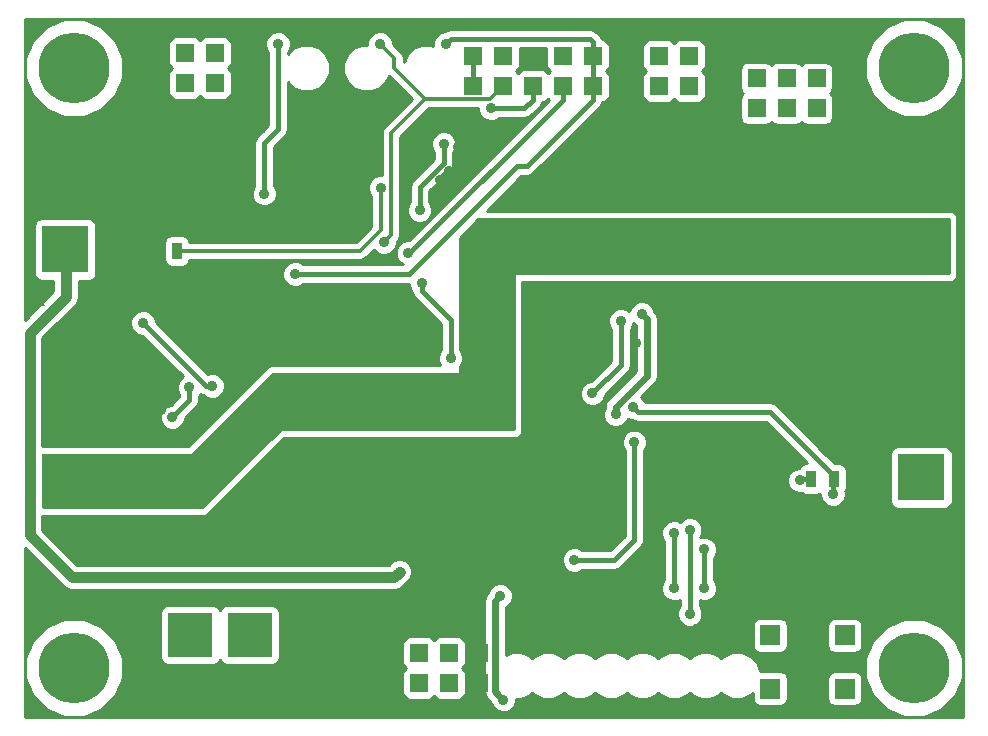
<source format=gbr>
%TF.GenerationSoftware,KiCad,Pcbnew,6.0.4-6f826c9f35~116~ubuntu20.04.1*%
%TF.CreationDate,2022-07-20T11:28:41+00:00*%
%TF.ProjectId,LION2CELL01D,4c494f4e-3243-4454-9c4c-3031442e6b69,rev?*%
%TF.SameCoordinates,Original*%
%TF.FileFunction,Copper,L1,Top*%
%TF.FilePolarity,Positive*%
%FSLAX46Y46*%
G04 Gerber Fmt 4.6, Leading zero omitted, Abs format (unit mm)*
G04 Created by KiCad (PCBNEW 6.0.4-6f826c9f35~116~ubuntu20.04.1) date 2022-07-20 11:28:41*
%MOMM*%
%LPD*%
G01*
G04 APERTURE LIST*
%TA.AperFunction,ComponentPad*%
%ADD10R,1.524000X1.524000*%
%TD*%
%TA.AperFunction,ComponentPad*%
%ADD11R,3.810000X3.810000*%
%TD*%
%TA.AperFunction,ComponentPad*%
%ADD12C,6.000000*%
%TD*%
%TA.AperFunction,SMDPad,CuDef*%
%ADD13R,0.889000X1.397000*%
%TD*%
%TA.AperFunction,ComponentPad*%
%ADD14R,1.676400X1.676400*%
%TD*%
%TA.AperFunction,ComponentPad*%
%ADD15R,4.000000X4.000000*%
%TD*%
%TA.AperFunction,ComponentPad*%
%ADD16C,0.600000*%
%TD*%
%TA.AperFunction,ViaPad*%
%ADD17C,0.890000*%
%TD*%
%TA.AperFunction,Conductor*%
%ADD18C,0.890000*%
%TD*%
%TA.AperFunction,Conductor*%
%ADD19C,0.400000*%
%TD*%
%TA.AperFunction,Conductor*%
%ADD20C,0.180000*%
%TD*%
%TA.AperFunction,Conductor*%
%ADD21C,0.500000*%
%TD*%
%TA.AperFunction,Conductor*%
%ADD22C,0.600000*%
%TD*%
%TA.AperFunction,Conductor*%
%ADD23C,0.300000*%
%TD*%
%TA.AperFunction,Conductor*%
%ADD24C,0.254000*%
%TD*%
G04 APERTURE END LIST*
D10*
%TO.P,J1,1*%
%TO.N,GND*%
X19558000Y57150000D03*
%TO.P,J1,2*%
X19558000Y54610000D03*
%TO.P,J1,3*%
%TO.N,Net-(C2-Pad1)*%
X17018000Y57150000D03*
%TO.P,J1,4*%
X17018000Y54610000D03*
%TO.P,J1,5*%
X14478000Y57150000D03*
%TO.P,J1,6*%
X14478000Y54610000D03*
%TO.P,J1,7*%
%TO.N,GND*%
X11938000Y57150000D03*
%TO.P,J1,8*%
X11938000Y54610000D03*
%TD*%
%TO.P,J2,1*%
%TO.N,/STAT1*%
X49022000Y56896000D03*
%TO.P,J2,2*%
X49022000Y54356000D03*
%TD*%
%TO.P,J3,1*%
%TO.N,/PG*%
X38862000Y54356000D03*
%TO.P,J3,2*%
X38862000Y56896000D03*
%TD*%
%TO.P,J4,1*%
%TO.N,/CMODE*%
X43942000Y54356000D03*
%TO.P,J4,2*%
%TO.N,GND*%
X43942000Y56896000D03*
%TD*%
%TO.P,J5,1*%
%TO.N,/CE*%
X46482000Y56896000D03*
%TO.P,J5,2*%
X46482000Y54356000D03*
%TD*%
%TO.P,J6,1*%
%TO.N,/STAT2*%
X41402000Y56896000D03*
%TO.P,J6,2*%
X41402000Y54356000D03*
%TD*%
%TO.P,J7,1*%
%TO.N,GND*%
X31750000Y3810000D03*
%TO.P,J7,2*%
X31750000Y6350000D03*
%TO.P,J7,3*%
%TO.N,/BATTERY+*%
X34290000Y3810000D03*
%TO.P,J7,4*%
X34290000Y6350000D03*
%TO.P,J7,5*%
X36830000Y3810000D03*
%TO.P,J7,6*%
X36830000Y6350000D03*
%TO.P,J7,7*%
%TO.N,GND*%
X39370000Y3810000D03*
%TO.P,J7,8*%
X39370000Y6350000D03*
%TD*%
D11*
%TO.P,J9,1*%
%TO.N,GND*%
X19939000Y2921000D03*
X14939000Y2921000D03*
%TD*%
D10*
%TO.P,J10,1*%
%TO.N,/SDA*%
X62865000Y54991000D03*
%TO.P,J10,2*%
X62865000Y52451000D03*
%TD*%
%TO.P,J11,1*%
%TO.N,/SCL*%
X65405000Y54991000D03*
%TO.P,J11,2*%
X65405000Y52451000D03*
%TD*%
%TO.P,J12,1*%
%TO.N,/HDQ*%
X67945000Y54991000D03*
%TO.P,J12,2*%
X67945000Y52451000D03*
%TD*%
%TO.P,J13,1*%
%TO.N,GND*%
X59690000Y56896000D03*
%TO.P,J13,2*%
X59690000Y54356000D03*
%TO.P,J13,3*%
%TO.N,Net-(C10-Pad1)*%
X57150000Y56896000D03*
%TO.P,J13,4*%
X57150000Y54356000D03*
%TO.P,J13,5*%
X54610000Y56896000D03*
%TO.P,J13,6*%
X54610000Y54356000D03*
%TO.P,J13,7*%
%TO.N,GND*%
X52070000Y56896000D03*
%TO.P,J13,8*%
X52070000Y54356000D03*
%TD*%
D12*
%TO.P,P1,1*%
%TO.N,N/C*%
X76200000Y5080000D03*
%TD*%
%TO.P,P2,1*%
%TO.N,N/C*%
X5080000Y55880000D03*
%TD*%
%TO.P,P3,1*%
%TO.N,N/C*%
X5080000Y5080000D03*
%TD*%
%TO.P,P4,1*%
%TO.N,N/C*%
X76200000Y55880000D03*
%TD*%
D13*
%TO.P,R15,1*%
%TO.N,GND*%
X11874500Y40386000D03*
%TO.P,R15,2*%
%TO.N,Net-(R13-Pad1)*%
X13779500Y40386000D03*
%TD*%
%TO.P,R17,1*%
%TO.N,Net-(C14-Pad1)*%
X69405500Y21082000D03*
%TO.P,R17,2*%
%TO.N,Net-(R17-Pad2)*%
X67500500Y21082000D03*
%TD*%
D11*
%TO.P,J8,1*%
%TO.N,/BATTERY+*%
X14939000Y7874000D03*
X19939000Y7874000D03*
%TD*%
D14*
%TO.P,SW1,1*%
%TO.N,Net-(R20-Pad1)*%
X64033000Y7838000D03*
X70333000Y7838000D03*
%TO.P,SW1,2*%
%TO.N,Net-(SW1-Pad2)*%
X64033000Y3338000D03*
X70333000Y3338000D03*
%TD*%
D10*
%TO.P,J14,1*%
%TO.N,GND*%
X70485000Y54991000D03*
%TO.P,J14,2*%
X70485000Y52451000D03*
%TD*%
D15*
%TO.P,BT1,1*%
%TO.N,/BAT+*%
X4326500Y40511000D03*
%TO.P,BT1,2*%
%TO.N,/BAT-MIDPOINT*%
X76826500Y40511000D03*
%TO.P,BT1,3*%
X4326500Y21211000D03*
%TO.P,BT1,4*%
%TO.N,/BATTERY-*%
X76826500Y21211000D03*
%TD*%
D16*
%TO.P,U2,21*%
%TO.N,GND*%
X27686000Y42545000D03*
X27686000Y44831000D03*
X26416000Y42545000D03*
X26416000Y44831000D03*
X27051000Y43688000D03*
%TD*%
D17*
%TO.N,/BAT+*%
X16764000Y28956000D03*
X32639000Y13208000D03*
X10922000Y34290000D03*
%TO.N,GND*%
X33528000Y1524000D03*
X61468000Y18542000D03*
X45161200Y16967200D03*
X72009000Y44386500D03*
X57912000Y59182000D03*
X68834000Y37338000D03*
X15494000Y45720000D03*
X37592000Y49149000D03*
X2857500Y17335500D03*
X31115000Y15811500D03*
X11684000Y44450000D03*
X7620000Y24638000D03*
X3619500Y16065500D03*
X33528000Y11557000D03*
X35433000Y16637000D03*
X12192000Y1524000D03*
X76581000Y29083000D03*
X7874000Y46228000D03*
X14224000Y33147000D03*
X73406000Y13208000D03*
X73406000Y14986000D03*
X32766000Y20320000D03*
X26924000Y46990000D03*
X14351000Y14351000D03*
X70104000Y10414000D03*
X15748000Y33147000D03*
X47815500Y33528000D03*
X9144000Y40386000D03*
X68199000Y9144000D03*
X67564000Y17018000D03*
X64262000Y14986000D03*
X52959000Y44640500D03*
X36068612Y46354388D03*
X14224000Y45720000D03*
X10414000Y45720000D03*
X41021000Y22161500D03*
X74676000Y25146000D03*
X7175500Y14478000D03*
X9398000Y44323000D03*
X48895000Y33083500D03*
X4635500Y17589500D03*
X12446000Y43180000D03*
X43357800Y15189200D03*
X13271500Y17589500D03*
X64262000Y11938000D03*
X67818000Y48768000D03*
X76200000Y26416000D03*
X68326000Y27432000D03*
X39370000Y13716000D03*
X46228000Y48260000D03*
X44259500Y32766000D03*
X15331440Y39293800D03*
X1270000Y36004500D03*
X8953500Y14478000D03*
X12954000Y45720000D03*
X77724000Y25146000D03*
X10604500Y14478000D03*
X9906000Y56261000D03*
X39751000Y48387000D03*
X37846000Y18923000D03*
X43688000Y27775180D03*
X71501000Y50292000D03*
X72517000Y50292000D03*
X26733500Y15811500D03*
X37973000Y46355000D03*
X11049000Y42672000D03*
X64262000Y13462000D03*
X4572000Y32575500D03*
X24701500Y15748000D03*
X14668500Y15811500D03*
X73152000Y26289000D03*
X58420000Y21590000D03*
X72263000Y28956000D03*
X49974500Y32575500D03*
X71628000Y26289000D03*
X73660000Y24765000D03*
X59944000Y28194000D03*
X71628000Y19050000D03*
X33908924Y48346468D03*
X39878000Y50927000D03*
X36957000Y45339000D03*
X71247000Y24892000D03*
X69850000Y27432000D03*
X73406000Y16510000D03*
X79502000Y17272000D03*
X45529500Y44323000D03*
X50927000Y21209000D03*
X52621491Y32575500D03*
X12192000Y4318000D03*
X69469000Y14859000D03*
X75438000Y27686000D03*
X4127500Y33909000D03*
X66294000Y47244000D03*
X29210000Y15748000D03*
X4318000Y50038000D03*
X73533000Y28956000D03*
X2540000Y43688000D03*
X33528000Y15811500D03*
X36830612Y47116388D03*
X22987000Y2921000D03*
X65532000Y9652000D03*
X39687500Y20891500D03*
X36576000Y1524000D03*
X54546500Y44577000D03*
X43180000Y24003000D03*
X6096000Y50038000D03*
X2540000Y47498000D03*
X71120000Y28956000D03*
X12446000Y26924000D03*
X44196000Y36258500D03*
X73152000Y11430000D03*
X9906000Y55118000D03*
X48958500Y37274500D03*
X40640000Y49403000D03*
X32004000Y1524000D03*
X70358000Y50292000D03*
X74930000Y29083000D03*
X76962000Y37338000D03*
X44450000Y45212000D03*
X69596000Y28956000D03*
X9906000Y53848000D03*
X8255000Y17589500D03*
X27965400Y47091598D03*
X66929000Y44450000D03*
X20891500Y50736500D03*
X9779000Y17589500D03*
X18445480Y41915080D03*
X26162000Y20447000D03*
X36322000Y21336000D03*
X77978000Y17272000D03*
X8890000Y24637999D03*
X70104000Y11938000D03*
X42418000Y13208000D03*
X26543000Y2921000D03*
X38100000Y1524000D03*
X76200000Y25146000D03*
X65024000Y45974000D03*
X59372500Y49657000D03*
X56388000Y59182000D03*
X30734000Y20320000D03*
X65913000Y14859000D03*
X22316440Y39248080D03*
X50165000Y22098000D03*
X38608000Y51054000D03*
X59436000Y59182000D03*
X73152000Y9398000D03*
X39370000Y11938000D03*
X4064000Y43688000D03*
X2540000Y48768000D03*
X27686000Y2921000D03*
X37465000Y48006000D03*
X28829000Y2921000D03*
X9906000Y57404000D03*
X34544000Y21336000D03*
X49593500Y50165000D03*
X14732000Y17208500D03*
X46228000Y46672500D03*
X7620000Y48006000D03*
X57467500Y47815500D03*
X54864000Y59182000D03*
X51371500Y52070000D03*
X41402000Y23622000D03*
X64262000Y18288000D03*
X63500000Y44450000D03*
X11620500Y17589500D03*
X76454000Y17272000D03*
X39878000Y15240000D03*
X38100000Y50292000D03*
X20259040Y39268400D03*
X60198000Y29972000D03*
X79248000Y25146000D03*
X5588000Y43688000D03*
X20066000Y53086000D03*
X44704000Y46736000D03*
X9906000Y52578000D03*
X67056000Y19050000D03*
X68072000Y28956000D03*
X66548000Y9144000D03*
X61214000Y28194000D03*
X38862000Y47371000D03*
X24257000Y2921000D03*
X59690000Y20320000D03*
X69596000Y13208000D03*
X42926000Y45212000D03*
X66294000Y28448000D03*
X27813002Y20320002D03*
X76708000Y27813000D03*
X53975000Y49720500D03*
X6477000Y17589500D03*
X5016500Y14986000D03*
X74930000Y17272000D03*
X29337000Y20319994D03*
X39116000Y23368000D03*
X2540000Y50038000D03*
X24892000Y18732500D03*
X38735000Y48895000D03*
X55910480Y24241760D03*
X79248000Y26416000D03*
X77724000Y26416000D03*
X13970000Y42672000D03*
X2540000Y46228000D03*
X60960000Y59182000D03*
X41656000Y50419000D03*
X73152000Y18288000D03*
X30480000Y1524000D03*
X44196000Y25019000D03*
X60198000Y34163000D03*
X64389000Y9652000D03*
X73787000Y50292000D03*
X9652000Y33147000D03*
X24910607Y50101500D03*
X10541000Y40386000D03*
X46736000Y27114500D03*
X77406500Y44577000D03*
X72136000Y17526000D03*
X46736000Y17780000D03*
X7620000Y49276000D03*
X35052000Y1524000D03*
X2540000Y44958000D03*
X72390000Y24765000D03*
X60198000Y37338000D03*
X25400000Y2921000D03*
X9017000Y41910000D03*
X17399000Y30586680D03*
X7112000Y43688000D03*
X51308000Y46926500D03*
X12446000Y14541500D03*
X39624000Y49784000D03*
X16764000Y45720000D03*
X11684000Y45720000D03*
X28448000Y49276000D03*
X12192000Y3048000D03*
%TO.N,/CMODE*%
X40386000Y52451000D03*
%TO.N,Net-(C10-Pad1)*%
X34536057Y37632179D03*
X36957000Y31317000D03*
%TO.N,Net-(C14-Pad1)*%
X69342000Y19812000D03*
X52387500Y27178000D03*
%TO.N,/PG*%
X22352000Y57912000D03*
X21183600Y45237400D03*
%TO.N,/STAT1*%
X36576000Y57912000D03*
X23799800Y38430200D03*
%TO.N,/CE*%
X33374555Y40240311D03*
%TO.N,Net-(R13-Pad1)*%
X31032131Y45742040D03*
%TO.N,Net-(R17-Pad2)*%
X66548000Y20955000D03*
%TO.N,Net-(R31-Pad2)*%
X57213500Y16764000D03*
X57213500Y9652000D03*
%TO.N,Net-(R32-Pad2)*%
X55880000Y11811000D03*
X55880000Y16510000D03*
%TO.N,Net-(R33-Pad2)*%
X58420000Y11811000D03*
X58420000Y15113000D03*
%TO.N,/P1*%
X47434500Y14224000D03*
X52514500Y24193500D03*
%TO.N,+3V3*%
X41427400Y2387600D03*
X53149500Y35052000D03*
X41148000Y11176000D03*
X50927000Y26543000D03*
%TO.N,Net-(R25-Pad1)*%
X48958500Y28321000D03*
X51371500Y34480500D03*
%TO.N,/CB_EN*%
X14834564Y28826891D03*
X13396489Y26304571D03*
%TO.N,/STAT2*%
X31318200Y41148000D03*
X30988000Y57912000D03*
%TO.N,Net-(R5-Pad2)*%
X34335720Y43845480D03*
X36377519Y49445082D03*
%TD*%
D18*
%TO.N,/BAT+*%
X32194500Y12763500D02*
X32639000Y13208000D01*
X4390000Y36521000D02*
X1336040Y33467040D01*
X1336040Y16316960D02*
X4889500Y12763500D01*
X1336040Y33467040D02*
X1336040Y16316960D01*
D19*
X16256000Y28956000D02*
X16764000Y28956000D01*
X10922000Y34290000D02*
X16256000Y28956000D01*
D18*
X4390000Y40384000D02*
X4390000Y36521000D01*
X4889500Y12763500D02*
X32194500Y12763500D01*
D20*
%TO.N,GND*%
X2540000Y43688000D02*
X4064000Y43688000D01*
X52070000Y56896000D02*
X52070000Y57838000D01*
D21*
X39751000Y48387000D02*
X39751000Y48260000D01*
D20*
X59944000Y28194000D02*
X61214000Y28194000D01*
D22*
X54038500Y49657000D02*
X53975000Y49720500D01*
D20*
X66548000Y9144000D02*
X68199000Y9144000D01*
X46228000Y48260000D02*
X44704000Y46736000D01*
X67056000Y19050000D02*
X66294000Y18288000D01*
X45606199Y17412199D02*
X45161200Y16967200D01*
X14668001Y42735999D02*
X14604002Y42672000D01*
D21*
X38100000Y50292000D02*
X38100000Y50546000D01*
D19*
X79502000Y17272000D02*
X77978000Y17272000D01*
X72136000Y17526000D02*
X72390000Y17526000D01*
D20*
X9906000Y55372000D02*
X9906000Y55118000D01*
X12192000Y3048000D02*
X12192000Y1524000D01*
X41148000Y23368000D02*
X41402000Y23622000D01*
D21*
X37465000Y49022000D02*
X37592000Y49149000D01*
D19*
X8889999Y24638000D02*
X8890000Y24637999D01*
D20*
X12065000Y3175000D02*
X12065000Y1977388D01*
X70104000Y11938000D02*
X70104000Y12700000D01*
D19*
X72390000Y17526000D02*
X73406000Y16510000D01*
D20*
X5588000Y43688000D02*
X7112000Y43688000D01*
D19*
X27686000Y2921000D02*
X28829000Y2921000D01*
D22*
X51371500Y52070000D02*
X51371500Y51943000D01*
X59372500Y49657000D02*
X54038500Y49657000D01*
D20*
X55910480Y24099520D02*
X55910480Y24241760D01*
X74930000Y29083000D02*
X76581000Y29083000D01*
X66294000Y18288000D02*
X64262000Y18288000D01*
X60198000Y29972000D02*
X60198000Y34163000D01*
D21*
X39878000Y50038000D02*
X39624000Y49784000D01*
D22*
X1270000Y36322000D02*
X1270000Y36004500D01*
D20*
X1270000Y36322000D02*
X1270000Y35814000D01*
X29337000Y21336000D02*
X29337000Y20949319D01*
X28829000Y2921000D02*
X30226000Y1524000D01*
X34544000Y21336000D02*
X36322000Y21336000D01*
X29083000Y21590000D02*
X29337000Y21336000D01*
D22*
X4572000Y33464500D02*
X4127500Y33909000D01*
D20*
X1738999Y44918999D02*
X1270000Y44450000D01*
X3302000Y49276000D02*
X2540000Y50038000D01*
X73152000Y11430000D02*
X73152000Y9398000D01*
X1270000Y35814000D02*
X2540000Y35814000D01*
X42912801Y14744201D02*
X43357800Y15189200D01*
X10287000Y41910000D02*
X10604001Y42227001D01*
D19*
X77724000Y26416000D02*
X76200000Y26416000D01*
D20*
X70485000Y52451000D02*
X70485000Y50419000D01*
X70104000Y12700000D02*
X69596000Y13208000D01*
X52070000Y57838000D02*
X53414000Y59182000D01*
D19*
X73660000Y24511000D02*
X74676000Y25146000D01*
D20*
X42418000Y14249400D02*
X42912801Y14744201D01*
X27686004Y20447000D02*
X27813002Y20320002D01*
D22*
X37846000Y19050000D02*
X39687500Y20891500D01*
D20*
X45974000Y17780000D02*
X45606199Y17412199D01*
D21*
X14351000Y14351000D02*
X12636500Y14351000D01*
D20*
X67564000Y16764000D02*
X67564000Y17018000D01*
D22*
X54483000Y44640500D02*
X54546500Y44577000D01*
D21*
X37973000Y46355000D02*
X36957000Y45339000D01*
D22*
X29210000Y15748000D02*
X31051500Y15748000D01*
D20*
X11176000Y46228000D02*
X14668001Y42735999D01*
X61468000Y18542000D02*
X55910480Y24099520D01*
X71501000Y50292000D02*
X72517000Y50292000D01*
X26162000Y20447000D02*
X27686004Y20447000D01*
X27965400Y48793400D02*
X27965400Y47720923D01*
D22*
X31051500Y15748000D02*
X31115000Y15811500D01*
X34607500Y15811500D02*
X35433000Y16637000D01*
D20*
X29337000Y20949319D02*
X29337000Y20319994D01*
X69850000Y27432000D02*
X69850000Y28702000D01*
X11684000Y44450000D02*
X11684000Y45720000D01*
X15331440Y39293800D02*
X20233640Y39293800D01*
D22*
X37846000Y18923000D02*
X37846000Y19050000D01*
D20*
X30226000Y1524000D02*
X30480000Y1524000D01*
D22*
X33909000Y11938000D02*
X33528000Y11557000D01*
X60198000Y37338000D02*
X60198000Y34163000D01*
D21*
X37465000Y48006000D02*
X37465000Y49022000D01*
D20*
X64262000Y11938000D02*
X68580000Y11938000D01*
X69469000Y14859000D02*
X67564000Y16764000D01*
D19*
X68326000Y27432000D02*
X69850000Y27432000D01*
D21*
X12636500Y14351000D02*
X12446000Y14541500D01*
D22*
X33528000Y15811500D02*
X34607500Y15811500D01*
D20*
X30734000Y20320000D02*
X32766000Y20320000D01*
X4318000Y50038000D02*
X6096000Y50038000D01*
X68580000Y11938000D02*
X70104000Y10414000D01*
X1270000Y44450000D02*
X1270000Y36322000D01*
X12065000Y4445000D02*
X12065000Y3556000D01*
X68834000Y37338000D02*
X76962000Y37338000D01*
D21*
X3619500Y16065500D02*
X3619500Y16573500D01*
D20*
X9398000Y44323000D02*
X13081000Y44323000D01*
D21*
X48323500Y33083500D02*
X48895000Y33083500D01*
X38100000Y50546000D02*
X38608000Y51054000D01*
D20*
X14599325Y42672000D02*
X13970000Y42672000D01*
X65913000Y14859000D02*
X69469000Y14859000D01*
D22*
X24701500Y15748000D02*
X26670000Y15748000D01*
D21*
X39624000Y49784000D02*
X38735000Y48895000D01*
D20*
X10604001Y42227001D02*
X11049000Y42672000D01*
D19*
X76200000Y25146000D02*
X77724000Y25146000D01*
D20*
X9017000Y41910000D02*
X10287000Y41910000D01*
D19*
X79248000Y25146000D02*
X79248000Y26416000D01*
D20*
X7620000Y49276000D02*
X3302000Y49276000D01*
X9906000Y53848000D02*
X9906000Y52578000D01*
X39370000Y11938000D02*
X39370000Y13716000D01*
X7620000Y49276000D02*
X7620000Y48006000D01*
D21*
X7175500Y14478000D02*
X5524500Y14478000D01*
X39751000Y48260000D02*
X38862000Y47371000D01*
X46736000Y31496000D02*
X48323500Y33083500D01*
X36068612Y46354388D02*
X36830612Y47116388D01*
D20*
X14604002Y42672000D02*
X14599325Y42672000D01*
X42926000Y45212000D02*
X44450000Y45212000D01*
D22*
X4572000Y32575500D02*
X4572000Y33464500D01*
D20*
X50165000Y21971000D02*
X50927000Y21209000D01*
X73787000Y50292000D02*
X75057000Y50292000D01*
X67818000Y48768000D02*
X66294000Y47244000D01*
D22*
X54546500Y44894500D02*
X57467500Y47815500D01*
X26162000Y20447000D02*
X26162000Y20002500D01*
D21*
X8255000Y17589500D02*
X9779000Y17589500D01*
D20*
X16764000Y45720000D02*
X15494000Y45720000D01*
X27965400Y47720923D02*
X27965400Y47091598D01*
D21*
X43688000Y27775180D02*
X43688000Y32194500D01*
D20*
X53414000Y59182000D02*
X54864000Y59182000D01*
X73406000Y14986000D02*
X73406000Y13208000D01*
X42418000Y13208000D02*
X42418000Y14249400D01*
D21*
X41656000Y50419000D02*
X40640000Y49403000D01*
D20*
X2119999Y44918999D02*
X1738999Y44918999D01*
X58420000Y21590000D02*
X59690000Y20320000D01*
D21*
X10604500Y14478000D02*
X8953500Y14478000D01*
D20*
X2540000Y46228000D02*
X2540000Y44958000D01*
X35052000Y1524000D02*
X36576000Y1524000D01*
X59436000Y59182000D02*
X60960000Y59182000D01*
X76200000Y26416000D02*
X76200000Y26924000D01*
D19*
X71247000Y24892000D02*
X72390000Y24765000D01*
D21*
X43688000Y32194500D02*
X44259500Y32766000D01*
D20*
X50165000Y22098000D02*
X50165000Y21971000D01*
D19*
X74930000Y27432000D02*
X71628000Y26289000D01*
D21*
X4635500Y17589500D02*
X6477000Y17589500D01*
D22*
X48260000Y33083500D02*
X47815500Y33528000D01*
X66929000Y44450000D02*
X71945500Y44450000D01*
D20*
X11874500Y40386000D02*
X10541000Y40386000D01*
D21*
X5524500Y14478000D02*
X5016500Y14986000D01*
D22*
X71945500Y44450000D02*
X72009000Y44386500D01*
D19*
X73660000Y24765000D02*
X73660000Y24511000D01*
X76454000Y17272000D02*
X74930000Y17272000D01*
D21*
X46736000Y27114500D02*
X46736000Y31496000D01*
D20*
X15748000Y33147000D02*
X14224000Y33147000D01*
X12192000Y4318000D02*
X12192000Y3302000D01*
D19*
X25400000Y2921000D02*
X26543000Y2921000D01*
X72390000Y18288000D02*
X71628000Y19050000D01*
D20*
X64262000Y14986000D02*
X64262000Y13462000D01*
D21*
X11620500Y17589500D02*
X13271500Y17589500D01*
D20*
X56388000Y59182000D02*
X57912000Y59182000D01*
X44196000Y25019000D02*
X43180000Y24003000D01*
D22*
X39370000Y11938000D02*
X33909000Y11938000D01*
D20*
X67310000Y27432000D02*
X66294000Y28448000D01*
X76200000Y26924000D02*
X75438000Y27686000D01*
X13081000Y44323000D02*
X14668001Y42735999D01*
X9906000Y57404000D02*
X9906000Y56261000D01*
D22*
X54546500Y44577000D02*
X54546500Y44894500D01*
D20*
X39116000Y23368000D02*
X41148000Y23368000D01*
D21*
X3619500Y16573500D02*
X2857500Y17335500D01*
D19*
X73152000Y26289000D02*
X74930000Y27432000D01*
D20*
X2540000Y48768000D02*
X2540000Y47498000D01*
X70485000Y50419000D02*
X70358000Y50292000D01*
D22*
X52959000Y44640500D02*
X54483000Y44640500D01*
D20*
X20233640Y39293800D02*
X20259040Y39268400D01*
X14224000Y45720000D02*
X12954000Y45720000D01*
D22*
X51371500Y51943000D02*
X49593500Y50165000D01*
D20*
X46228000Y46672500D02*
X45529500Y44323000D01*
D19*
X7620000Y24638000D02*
X8889999Y24638000D01*
X22987000Y2921000D02*
X24257000Y2921000D01*
D20*
X68326000Y27432000D02*
X67310000Y27432000D01*
X71120000Y28956000D02*
X72263000Y28956000D01*
D19*
X73152000Y18288000D02*
X72390000Y18288000D01*
D20*
X65024000Y45974000D02*
X63500000Y44450000D01*
X9906000Y52578000D02*
X2119999Y44918999D01*
D21*
X39878000Y50927000D02*
X39878000Y50038000D01*
D20*
X65532000Y9652000D02*
X64389000Y9652000D01*
X28448000Y49276000D02*
X27965400Y48793400D01*
X32004000Y1524000D02*
X33528000Y1524000D01*
D21*
X14732000Y15875000D02*
X14668500Y15811500D01*
D22*
X26670000Y15748000D02*
X26733500Y15811500D01*
X26162000Y20002500D02*
X24892000Y18732500D01*
D20*
X7874000Y46228000D02*
X11176000Y46228000D01*
X69850000Y28702000D02*
X69596000Y28956000D01*
X46736000Y17780000D02*
X45974000Y17780000D01*
D21*
X14732000Y17208500D02*
X14732000Y15875000D01*
D22*
X48895000Y33083500D02*
X48260000Y33083500D01*
D19*
%TO.N,/CMODE*%
X40386000Y52451000D02*
X43199000Y52451000D01*
X43942000Y53194000D02*
X43942000Y54356000D01*
X43199000Y52451000D02*
X43942000Y53194000D01*
%TO.N,Net-(C10-Pad1)*%
X36957000Y34581911D02*
X36957000Y31317000D01*
X34536057Y37002854D02*
X36957000Y34581911D01*
X34536057Y37632179D02*
X34536057Y37002854D01*
%TO.N,Net-(C14-Pad1)*%
X52832499Y26733001D02*
X64008499Y26733001D01*
X69405500Y21336000D02*
X69405500Y21082000D01*
X69469000Y21018500D02*
X69405500Y21082000D01*
X52387500Y27178000D02*
X52832499Y26733001D01*
X69342000Y19812000D02*
X69342000Y21018500D01*
X64008499Y26733001D02*
X69405500Y21336000D01*
X69342000Y21018500D02*
X69405500Y21082000D01*
%TO.N,/PG*%
X22352000Y57912000D02*
X22352000Y50673000D01*
X38862000Y54356000D02*
X38862000Y56896000D01*
X21183600Y49504600D02*
X21183600Y45237400D01*
X22352000Y50673000D02*
X21183600Y49504600D01*
%TO.N,/STAT1*%
X49022000Y53194000D02*
X49022000Y54356000D01*
X42608500Y47561500D02*
X33477200Y38430200D01*
X33477200Y38430200D02*
X23799800Y38430200D01*
X49022000Y53194000D02*
X43389500Y47561500D01*
X48723501Y58356499D02*
X49022000Y58058000D01*
X37020499Y58356499D02*
X48723501Y58356499D01*
X49022000Y54356000D02*
X49022000Y57912000D01*
X49022000Y58058000D02*
X49022000Y56896000D01*
X36576000Y57912000D02*
X37020499Y58356499D01*
X43389500Y47561500D02*
X42608500Y47561500D01*
%TO.N,/CE*%
X33547000Y40259000D02*
X33375600Y40259000D01*
X46482000Y54356000D02*
X46482000Y53194000D01*
X46482000Y53194000D02*
X33547000Y40259000D01*
D23*
%TO.N,Net-(R13-Pad1)*%
X20060318Y40408842D02*
X20823522Y40408842D01*
X31032131Y42131931D02*
X31032131Y45112715D01*
X29286200Y40386000D02*
X31032131Y42131931D01*
X20823522Y40408842D02*
X20846364Y40386000D01*
X20037476Y40386000D02*
X20060318Y40408842D01*
X13779500Y40386000D02*
X20037476Y40386000D01*
X31032131Y45112715D02*
X31032131Y45742040D01*
X20846364Y40386000D02*
X29286200Y40386000D01*
D19*
%TO.N,Net-(R17-Pad2)*%
X66675000Y21082000D02*
X66548000Y20955000D01*
X67373500Y20955000D02*
X67500500Y21082000D01*
X67500500Y21082000D02*
X66675000Y21082000D01*
%TO.N,Net-(R31-Pad2)*%
X57213500Y9652000D02*
X57213500Y16764000D01*
%TO.N,Net-(R32-Pad2)*%
X55880000Y16510000D02*
X55880000Y11811000D01*
%TO.N,Net-(R33-Pad2)*%
X58420000Y15113000D02*
X58420000Y11811000D01*
%TO.N,/P1*%
X52514500Y15938500D02*
X50800000Y14224000D01*
X50800000Y14224000D02*
X47434500Y14224000D01*
X52514500Y24193500D02*
X52514500Y15938500D01*
D22*
%TO.N,+3V3*%
X40982401Y2832599D02*
X41427400Y2387600D01*
X40703001Y10731001D02*
X40703001Y3111999D01*
X40703001Y3111999D02*
X40982401Y2832599D01*
X53566501Y34634999D02*
X53149500Y35052000D01*
X53566501Y29811826D02*
X53566501Y34634999D01*
X50927000Y27172325D02*
X53566501Y29811826D01*
X41148000Y11176000D02*
X40703001Y10731001D01*
X50927000Y26543000D02*
X50927000Y27172325D01*
D19*
%TO.N,Net-(R25-Pad1)*%
X51371500Y30734000D02*
X51371500Y34480500D01*
X48958500Y28321000D02*
X51371500Y30734000D01*
%TO.N,/CB_EN*%
X14834564Y28826891D02*
X14834564Y27742646D01*
X14834564Y27742646D02*
X13396489Y26304571D01*
D23*
%TO.N,/STAT2*%
X34803599Y53243999D02*
X32207200Y55840398D01*
X40289999Y53243999D02*
X34803599Y53243999D01*
X32207200Y56692800D02*
X30988000Y57912000D01*
X31902400Y50342800D02*
X31902400Y41732200D01*
X34803599Y53243999D02*
X31902400Y50342800D01*
X41402000Y54356000D02*
X40289999Y53243999D01*
X32207200Y55840398D02*
X32207200Y56692800D01*
D21*
X41402000Y54356000D02*
X40995998Y54356000D01*
D23*
X31902400Y41732200D02*
X31318200Y41148000D01*
D19*
%TO.N,Net-(R5-Pad2)*%
X36377519Y47858319D02*
X34335720Y45816520D01*
X36377519Y49445082D02*
X36377519Y47858319D01*
X34335720Y44474805D02*
X34335720Y43845480D01*
X34335720Y45816520D02*
X34335720Y44474805D01*
%TD*%
%TO.N,/BAT-MIDPOINT*%
D24*
X79121000Y38481000D02*
X42418000Y38481000D01*
X42368590Y38470994D01*
X42326965Y38442553D01*
X42299685Y38400159D01*
X42291000Y38354000D01*
X42291000Y25273000D01*
X22606000Y25273000D01*
X22556590Y25262994D01*
X22516197Y25235803D01*
X15949394Y18669000D01*
X2413000Y18669000D01*
X2413000Y23114000D01*
X14986000Y23114000D01*
X15035410Y23124006D01*
X15075803Y23151197D01*
X21896606Y29972000D01*
X37592000Y29972000D01*
X37641410Y29982006D01*
X37683035Y30010447D01*
X37710315Y30052841D01*
X37719000Y30099000D01*
X37719000Y30562955D01*
X37865268Y30708968D01*
X38028814Y31102830D01*
X38029186Y31529299D01*
X37866328Y31923446D01*
X37784000Y32005918D01*
X37784000Y34581911D01*
X37721048Y34898390D01*
X37719000Y34901455D01*
X37719000Y41502446D01*
X39269555Y43053000D01*
X79121000Y43053000D01*
X79121000Y38481000D01*
X79121000Y38481000D02*
X79121000Y43053000D01*
%TA.AperFunction,Conductor*%
G36*
X79121000Y38481000D02*
G01*
X42418000Y38481000D01*
X42368590Y38470994D01*
X42326965Y38442553D01*
X42299685Y38400159D01*
X42291000Y38354000D01*
X42291000Y25273000D01*
X22606000Y25273000D01*
X22556590Y25262994D01*
X22516197Y25235803D01*
X15949394Y18669000D01*
X2413000Y18669000D01*
X2413000Y23114000D01*
X14986000Y23114000D01*
X15035410Y23124006D01*
X15075803Y23151197D01*
X21896606Y29972000D01*
X37592000Y29972000D01*
X37641410Y29982006D01*
X37683035Y30010447D01*
X37710315Y30052841D01*
X37719000Y30099000D01*
X37719000Y30562955D01*
X37865268Y30708968D01*
X38028814Y31102830D01*
X38029186Y31529299D01*
X37866328Y31923446D01*
X37784000Y32005918D01*
X37784000Y34581911D01*
X37721048Y34898390D01*
X37719000Y34901455D01*
X37719000Y41502446D01*
X39269555Y43053000D01*
X79121000Y43053000D01*
X79121000Y38481000D01*
G37*
%TD.AperFunction*%
%TD*%
%TO.N,GND*%
X80349000Y931000D02*
X931000Y931000D01*
X931000Y4262690D01*
X952285Y4262690D01*
X1579259Y2745296D01*
X2739190Y1583340D01*
X4255487Y953718D01*
X5897310Y952285D01*
X7414704Y1579259D01*
X8576660Y2739190D01*
X9206282Y4255487D01*
X9207715Y5897310D01*
X8580741Y7414704D01*
X7420810Y8576660D01*
X5904513Y9206282D01*
X4262690Y9207715D01*
X2745296Y8580741D01*
X1583340Y7420810D01*
X953718Y5904513D01*
X952285Y4262690D01*
X931000Y4262690D01*
X931000Y9779000D01*
X12394717Y9779000D01*
X12394717Y5969000D01*
X12438437Y5736648D01*
X12575757Y5523247D01*
X12785283Y5380083D01*
X13034000Y5329717D01*
X16844000Y5329717D01*
X17076352Y5373437D01*
X17289753Y5510757D01*
X17432917Y5720283D01*
X17437374Y5742295D01*
X17438437Y5736648D01*
X17575757Y5523247D01*
X17785283Y5380083D01*
X18034000Y5329717D01*
X21844000Y5329717D01*
X22076352Y5373437D01*
X22289753Y5510757D01*
X22432917Y5720283D01*
X22483283Y5969000D01*
X22483283Y7112000D01*
X32888717Y7112000D01*
X32888717Y5588000D01*
X32932437Y5355648D01*
X33069757Y5142247D01*
X33160234Y5080426D01*
X33082247Y5030243D01*
X32939083Y4820717D01*
X32888717Y4572000D01*
X32888717Y3048000D01*
X32932437Y2815648D01*
X33069757Y2602247D01*
X33279283Y2459083D01*
X33528000Y2408717D01*
X35052000Y2408717D01*
X35284352Y2452437D01*
X35497753Y2589757D01*
X35559574Y2680234D01*
X35609757Y2602247D01*
X35819283Y2459083D01*
X36068000Y2408717D01*
X37592000Y2408717D01*
X37824352Y2452437D01*
X38037753Y2589757D01*
X38180917Y2799283D01*
X38231283Y3048000D01*
X38231283Y4572000D01*
X38187563Y4804352D01*
X38050243Y5017753D01*
X37959766Y5079574D01*
X38037753Y5129757D01*
X38180917Y5339283D01*
X38231283Y5588000D01*
X38231283Y7112000D01*
X38187563Y7344352D01*
X38050243Y7557753D01*
X37840717Y7700917D01*
X37592000Y7751283D01*
X36068000Y7751283D01*
X35835648Y7707563D01*
X35622247Y7570243D01*
X35560426Y7479766D01*
X35510243Y7557753D01*
X35300717Y7700917D01*
X35052000Y7751283D01*
X33528000Y7751283D01*
X33295648Y7707563D01*
X33082247Y7570243D01*
X32939083Y7360717D01*
X32888717Y7112000D01*
X22483283Y7112000D01*
X22483283Y9779000D01*
X22439563Y10011352D01*
X22302243Y10224753D01*
X22092717Y10367917D01*
X21844000Y10418283D01*
X18034000Y10418283D01*
X17801648Y10374563D01*
X17588247Y10237243D01*
X17445083Y10027717D01*
X17440626Y10005705D01*
X17439563Y10011352D01*
X17302243Y10224753D01*
X17092717Y10367917D01*
X16844000Y10418283D01*
X13034000Y10418283D01*
X12801648Y10374563D01*
X12588247Y10237243D01*
X12445083Y10027717D01*
X12394717Y9779000D01*
X931000Y9779000D01*
X931000Y10731001D01*
X39776001Y10731001D01*
X39776001Y3111999D01*
X39846565Y2757251D01*
X40045794Y2459083D01*
X40047513Y2456511D01*
X40373867Y2130157D01*
X40518072Y1781154D01*
X40819368Y1479332D01*
X41213230Y1315786D01*
X41639699Y1315414D01*
X42033846Y1478272D01*
X42335668Y1779568D01*
X42499214Y2173430D01*
X42499471Y2468039D01*
X42936524Y2467657D01*
X43663418Y2768003D01*
X43878388Y2982598D01*
X44090657Y2769958D01*
X44817025Y2468344D01*
X45603524Y2467657D01*
X46330418Y2768003D01*
X46545388Y2982598D01*
X46757657Y2769958D01*
X47484025Y2468344D01*
X48270524Y2467657D01*
X48997418Y2768003D01*
X49212388Y2982598D01*
X49424657Y2769958D01*
X50151025Y2468344D01*
X50937524Y2467657D01*
X51664418Y2768003D01*
X51879388Y2982598D01*
X52091657Y2769958D01*
X52818025Y2468344D01*
X53604524Y2467657D01*
X54331418Y2768003D01*
X54546388Y2982598D01*
X54758657Y2769958D01*
X55485025Y2468344D01*
X56271524Y2467657D01*
X56998418Y2768003D01*
X57213388Y2982598D01*
X57425657Y2769958D01*
X58152025Y2468344D01*
X58938524Y2467657D01*
X59665418Y2768003D01*
X59880388Y2982598D01*
X60092657Y2769958D01*
X60819025Y2468344D01*
X61605524Y2467657D01*
X62332418Y2768003D01*
X62555517Y2990713D01*
X62555517Y2499800D01*
X62599237Y2267448D01*
X62736557Y2054047D01*
X62946083Y1910883D01*
X63194800Y1860517D01*
X64871200Y1860517D01*
X65103552Y1904237D01*
X65316953Y2041557D01*
X65460117Y2251083D01*
X65510483Y2499800D01*
X65510483Y4176200D01*
X68855517Y4176200D01*
X68855517Y2499800D01*
X68899237Y2267448D01*
X69036557Y2054047D01*
X69246083Y1910883D01*
X69494800Y1860517D01*
X71171200Y1860517D01*
X71403552Y1904237D01*
X71616953Y2041557D01*
X71760117Y2251083D01*
X71810483Y2499800D01*
X71810483Y4176200D01*
X71794209Y4262690D01*
X72072285Y4262690D01*
X72699259Y2745296D01*
X73859190Y1583340D01*
X75375487Y953718D01*
X77017310Y952285D01*
X78534704Y1579259D01*
X79696660Y2739190D01*
X80326282Y4255487D01*
X80327715Y5897310D01*
X79700741Y7414704D01*
X78540810Y8576660D01*
X77024513Y9206282D01*
X75382690Y9207715D01*
X73865296Y8580741D01*
X72703340Y7420810D01*
X72073718Y5904513D01*
X72072285Y4262690D01*
X71794209Y4262690D01*
X71766763Y4408552D01*
X71629443Y4621953D01*
X71419917Y4765117D01*
X71171200Y4815483D01*
X69494800Y4815483D01*
X69262448Y4771763D01*
X69049047Y4634443D01*
X68905883Y4424917D01*
X68855517Y4176200D01*
X65510483Y4176200D01*
X65466763Y4408552D01*
X65329443Y4621953D01*
X65119917Y4765117D01*
X64871200Y4815483D01*
X63194800Y4815483D01*
X63191324Y4814829D01*
X63191343Y4836524D01*
X62890997Y5563418D01*
X62335343Y6120042D01*
X61608975Y6421656D01*
X60822476Y6422343D01*
X60095582Y6121997D01*
X59880612Y5907402D01*
X59668343Y6120042D01*
X58941975Y6421656D01*
X58155476Y6422343D01*
X57428582Y6121997D01*
X57213612Y5907402D01*
X57001343Y6120042D01*
X56274975Y6421656D01*
X55488476Y6422343D01*
X54761582Y6121997D01*
X54546612Y5907402D01*
X54334343Y6120042D01*
X53607975Y6421656D01*
X52821476Y6422343D01*
X52094582Y6121997D01*
X51879612Y5907402D01*
X51667343Y6120042D01*
X50940975Y6421656D01*
X50154476Y6422343D01*
X49427582Y6121997D01*
X49212612Y5907402D01*
X49000343Y6120042D01*
X48273975Y6421656D01*
X47487476Y6422343D01*
X46760582Y6121997D01*
X46545612Y5907402D01*
X46333343Y6120042D01*
X45606975Y6421656D01*
X44820476Y6422343D01*
X44093582Y6121997D01*
X43878612Y5907402D01*
X43666343Y6120042D01*
X42939975Y6421656D01*
X42153476Y6422343D01*
X41630001Y6206048D01*
X41630001Y10215252D01*
X41754446Y10266672D01*
X42056268Y10567968D01*
X42219814Y10961830D01*
X42220186Y11388299D01*
X42057328Y11782446D01*
X41756032Y12084268D01*
X41362170Y12247814D01*
X40935701Y12248186D01*
X40541554Y12085328D01*
X40239732Y11784032D01*
X40093933Y11432909D01*
X40047513Y11386489D01*
X39846565Y11085749D01*
X39776001Y10731001D01*
X931000Y10731001D01*
X931000Y15205964D01*
X4131481Y12005482D01*
X4391881Y11831488D01*
X4479263Y11773101D01*
X4889500Y11691500D01*
X32194500Y11691500D01*
X32604737Y11773101D01*
X32952518Y12005482D01*
X33396356Y12449319D01*
X33547268Y12599968D01*
X33710814Y12993830D01*
X33711186Y13420299D01*
X33548328Y13814446D01*
X33351417Y14011701D01*
X46362314Y14011701D01*
X46525172Y13617554D01*
X46826468Y13315732D01*
X47220330Y13152186D01*
X47646799Y13151814D01*
X48040946Y13314672D01*
X48123418Y13397000D01*
X50800000Y13397000D01*
X51116479Y13459952D01*
X51384777Y13639223D01*
X53099277Y15353723D01*
X53278548Y15622021D01*
X53297927Y15719446D01*
X53341500Y15938500D01*
X53341500Y16297701D01*
X54807814Y16297701D01*
X54970672Y15903554D01*
X55053000Y15821082D01*
X55053000Y12500158D01*
X54971732Y12419032D01*
X54808186Y12025170D01*
X54807814Y11598701D01*
X54970672Y11204554D01*
X55271968Y10902732D01*
X55665830Y10739186D01*
X56092299Y10738814D01*
X56386500Y10860375D01*
X56386500Y10341158D01*
X56305232Y10260032D01*
X56141686Y9866170D01*
X56141314Y9439701D01*
X56304172Y9045554D01*
X56605468Y8743732D01*
X56999330Y8580186D01*
X57425799Y8579814D01*
X57659071Y8676200D01*
X62555517Y8676200D01*
X62555517Y6999800D01*
X62599237Y6767448D01*
X62736557Y6554047D01*
X62946083Y6410883D01*
X63194800Y6360517D01*
X64871200Y6360517D01*
X65103552Y6404237D01*
X65316953Y6541557D01*
X65460117Y6751083D01*
X65510483Y6999800D01*
X65510483Y8676200D01*
X68855517Y8676200D01*
X68855517Y6999800D01*
X68899237Y6767448D01*
X69036557Y6554047D01*
X69246083Y6410883D01*
X69494800Y6360517D01*
X71171200Y6360517D01*
X71403552Y6404237D01*
X71616953Y6541557D01*
X71760117Y6751083D01*
X71810483Y6999800D01*
X71810483Y8676200D01*
X71766763Y8908552D01*
X71629443Y9121953D01*
X71419917Y9265117D01*
X71171200Y9315483D01*
X69494800Y9315483D01*
X69262448Y9271763D01*
X69049047Y9134443D01*
X68905883Y8924917D01*
X68855517Y8676200D01*
X65510483Y8676200D01*
X65466763Y8908552D01*
X65329443Y9121953D01*
X65119917Y9265117D01*
X64871200Y9315483D01*
X63194800Y9315483D01*
X62962448Y9271763D01*
X62749047Y9134443D01*
X62605883Y8924917D01*
X62555517Y8676200D01*
X57659071Y8676200D01*
X57819946Y8742672D01*
X58121768Y9043968D01*
X58285314Y9437830D01*
X58285686Y9864299D01*
X58122828Y10258446D01*
X58040500Y10340918D01*
X58040500Y10807837D01*
X58205830Y10739186D01*
X58632299Y10738814D01*
X59026446Y10901672D01*
X59328268Y11202968D01*
X59491814Y11596830D01*
X59492186Y12023299D01*
X59329328Y12417446D01*
X59247000Y12499918D01*
X59247000Y14423842D01*
X59328268Y14504968D01*
X59491814Y14898830D01*
X59492186Y15325299D01*
X59329328Y15719446D01*
X59028032Y16021268D01*
X58634170Y16184814D01*
X58207701Y16185186D01*
X58111019Y16145238D01*
X58121768Y16155968D01*
X58285314Y16549830D01*
X58285686Y16976299D01*
X58122828Y17370446D01*
X57821532Y17672268D01*
X57427670Y17835814D01*
X57001201Y17836186D01*
X56607054Y17673328D01*
X56391643Y17458292D01*
X56094170Y17581814D01*
X55667701Y17582186D01*
X55273554Y17419328D01*
X54971732Y17118032D01*
X54808186Y16724170D01*
X54807814Y16297701D01*
X53341500Y16297701D01*
X53341500Y23504342D01*
X53422768Y23585468D01*
X53586314Y23979330D01*
X53586686Y24405799D01*
X53423828Y24799946D01*
X53122532Y25101768D01*
X52728670Y25265314D01*
X52302201Y25265686D01*
X51908054Y25102828D01*
X51606232Y24801532D01*
X51442686Y24407670D01*
X51442314Y23981201D01*
X51605172Y23587054D01*
X51687500Y23504582D01*
X51687500Y16281054D01*
X50457446Y15051000D01*
X48123658Y15051000D01*
X48042532Y15132268D01*
X47648670Y15295814D01*
X47222201Y15296186D01*
X46828054Y15133328D01*
X46526232Y14832032D01*
X46362686Y14438170D01*
X46362314Y14011701D01*
X33351417Y14011701D01*
X33247032Y14116268D01*
X32853170Y14279814D01*
X32426701Y14280186D01*
X32032554Y14117328D01*
X31750234Y13835500D01*
X5333537Y13835500D01*
X2408040Y16760996D01*
X2408040Y17915000D01*
X16002000Y17915000D01*
X16237935Y17961084D01*
X16445356Y18098644D01*
X22865712Y24519000D01*
X42418000Y24519000D01*
X42645888Y24561880D01*
X42855189Y24696562D01*
X42995601Y24902062D01*
X43045000Y25146000D01*
X43045000Y28108701D01*
X47886314Y28108701D01*
X48049172Y27714554D01*
X48350468Y27412732D01*
X48744330Y27249186D01*
X49170799Y27248814D01*
X49564946Y27411672D01*
X49866768Y27712968D01*
X50030314Y28106830D01*
X50030416Y28223361D01*
X51956277Y30149222D01*
X52135548Y30417521D01*
X52198500Y30734000D01*
X52198500Y33791342D01*
X52279768Y33872468D01*
X52436196Y34249188D01*
X52541468Y34143732D01*
X52639501Y34103025D01*
X52639501Y30195802D01*
X50271512Y27827813D01*
X50070564Y27527073D01*
X50000000Y27172325D01*
X50000000Y27105920D01*
X49855186Y26757170D01*
X49854814Y26330701D01*
X50017672Y25936554D01*
X50318968Y25634732D01*
X50712830Y25471186D01*
X51139299Y25470814D01*
X51533446Y25633672D01*
X51835268Y25934968D01*
X51945625Y26200737D01*
X52173330Y26106186D01*
X52310815Y26106066D01*
X52516020Y25968953D01*
X52832499Y25906001D01*
X63665945Y25906001D01*
X67152163Y22419783D01*
X67056000Y22419783D01*
X66823648Y22376063D01*
X66610247Y22238743D01*
X66467083Y22029217D01*
X66466649Y22027072D01*
X66335701Y22027186D01*
X65941554Y21864328D01*
X65639732Y21563032D01*
X65476186Y21169170D01*
X65475814Y20742701D01*
X65638672Y20348554D01*
X65939968Y20046732D01*
X66333830Y19883186D01*
X66678049Y19882886D01*
X66807283Y19794583D01*
X67056000Y19744217D01*
X67945000Y19744217D01*
X68177352Y19787937D01*
X68270030Y19847574D01*
X68269814Y19599701D01*
X68432672Y19205554D01*
X68733968Y18903732D01*
X69127830Y18740186D01*
X69554299Y18739814D01*
X69948446Y18902672D01*
X70250268Y19203968D01*
X70413814Y19597830D01*
X70414186Y20024299D01*
X70395058Y20070593D01*
X70438917Y20134783D01*
X70489283Y20383500D01*
X70489283Y21780500D01*
X70445563Y22012852D01*
X70308243Y22226253D01*
X70098717Y22369417D01*
X69850000Y22419783D01*
X69491271Y22419783D01*
X68700054Y23211000D01*
X74187217Y23211000D01*
X74187217Y19211000D01*
X74230937Y18978648D01*
X74368257Y18765247D01*
X74577783Y18622083D01*
X74826500Y18571717D01*
X78826500Y18571717D01*
X79058852Y18615437D01*
X79272253Y18752757D01*
X79415417Y18962283D01*
X79465783Y19211000D01*
X79465783Y23211000D01*
X79422063Y23443352D01*
X79284743Y23656753D01*
X79075217Y23799917D01*
X78826500Y23850283D01*
X74826500Y23850283D01*
X74594148Y23806563D01*
X74380747Y23669243D01*
X74237583Y23459717D01*
X74187217Y23211000D01*
X68700054Y23211000D01*
X64593276Y27317778D01*
X64324978Y27497049D01*
X64008499Y27560001D01*
X53389567Y27560001D01*
X53296828Y27784446D01*
X53073657Y28008006D01*
X54221989Y29156338D01*
X54270719Y29229268D01*
X54422937Y29457078D01*
X54493501Y29811826D01*
X54493501Y34634999D01*
X54422937Y34989747D01*
X54221989Y35290487D01*
X54203033Y35309443D01*
X54058828Y35658446D01*
X53757532Y35960268D01*
X53363670Y36123814D01*
X52937201Y36124186D01*
X52543054Y35961328D01*
X52241232Y35660032D01*
X52084804Y35283312D01*
X51979532Y35388768D01*
X51585670Y35552314D01*
X51159201Y35552686D01*
X50765054Y35389828D01*
X50463232Y35088532D01*
X50299686Y34694670D01*
X50299314Y34268201D01*
X50462172Y33874054D01*
X50544500Y33791582D01*
X50544500Y31076555D01*
X48861032Y29393086D01*
X48746201Y29393186D01*
X48352054Y29230328D01*
X48050232Y28929032D01*
X47886686Y28535170D01*
X47886314Y28108701D01*
X43045000Y28108701D01*
X43045000Y37727000D01*
X79248000Y37727000D01*
X79475888Y37769880D01*
X79685189Y37904562D01*
X79825601Y38110062D01*
X79875000Y38354000D01*
X79875000Y43180000D01*
X79832120Y43407888D01*
X79697438Y43617189D01*
X79491938Y43757601D01*
X79248000Y43807000D01*
X40023555Y43807000D01*
X42951055Y46734500D01*
X43389500Y46734500D01*
X43705979Y46797452D01*
X43974277Y46976723D01*
X49606777Y52609223D01*
X49786048Y52877521D01*
X49802080Y52958119D01*
X50016352Y52998437D01*
X50229753Y53135757D01*
X50372917Y53345283D01*
X50423283Y53594000D01*
X50423283Y55118000D01*
X50379563Y55350352D01*
X50242243Y55563753D01*
X50151766Y55625574D01*
X50229753Y55675757D01*
X50372917Y55885283D01*
X50423283Y56134000D01*
X50423283Y57658000D01*
X53208717Y57658000D01*
X53208717Y56134000D01*
X53252437Y55901648D01*
X53389757Y55688247D01*
X53480234Y55626426D01*
X53402247Y55576243D01*
X53259083Y55366717D01*
X53208717Y55118000D01*
X53208717Y53594000D01*
X53252437Y53361648D01*
X53389757Y53148247D01*
X53599283Y53005083D01*
X53848000Y52954717D01*
X55372000Y52954717D01*
X55604352Y52998437D01*
X55817753Y53135757D01*
X55879574Y53226234D01*
X55929757Y53148247D01*
X56139283Y53005083D01*
X56388000Y52954717D01*
X57912000Y52954717D01*
X58144352Y52998437D01*
X58357753Y53135757D01*
X58500917Y53345283D01*
X58551283Y53594000D01*
X58551283Y55118000D01*
X58507563Y55350352D01*
X58370243Y55563753D01*
X58279766Y55625574D01*
X58357753Y55675757D01*
X58410531Y55753000D01*
X61463717Y55753000D01*
X61463717Y54229000D01*
X61507437Y53996648D01*
X61644757Y53783247D01*
X61735234Y53721426D01*
X61657247Y53671243D01*
X61514083Y53461717D01*
X61463717Y53213000D01*
X61463717Y51689000D01*
X61507437Y51456648D01*
X61644757Y51243247D01*
X61854283Y51100083D01*
X62103000Y51049717D01*
X63627000Y51049717D01*
X63859352Y51093437D01*
X64072753Y51230757D01*
X64134574Y51321234D01*
X64184757Y51243247D01*
X64394283Y51100083D01*
X64643000Y51049717D01*
X66167000Y51049717D01*
X66399352Y51093437D01*
X66612753Y51230757D01*
X66674574Y51321234D01*
X66724757Y51243247D01*
X66934283Y51100083D01*
X67183000Y51049717D01*
X68707000Y51049717D01*
X68939352Y51093437D01*
X69152753Y51230757D01*
X69295917Y51440283D01*
X69346283Y51689000D01*
X69346283Y53213000D01*
X69302563Y53445352D01*
X69165243Y53658753D01*
X69074766Y53720574D01*
X69152753Y53770757D01*
X69295917Y53980283D01*
X69346283Y54229000D01*
X69346283Y55062690D01*
X72072285Y55062690D01*
X72699259Y53545296D01*
X73859190Y52383340D01*
X75375487Y51753718D01*
X77017310Y51752285D01*
X78534704Y52379259D01*
X79696660Y53539190D01*
X80326282Y55055487D01*
X80327715Y56697310D01*
X79700741Y58214704D01*
X78540810Y59376660D01*
X77024513Y60006282D01*
X75382690Y60007715D01*
X73865296Y59380741D01*
X72703340Y58220810D01*
X72073718Y56704513D01*
X72072285Y55062690D01*
X69346283Y55062690D01*
X69346283Y55753000D01*
X69302563Y55985352D01*
X69165243Y56198753D01*
X68955717Y56341917D01*
X68707000Y56392283D01*
X67183000Y56392283D01*
X66950648Y56348563D01*
X66737247Y56211243D01*
X66675426Y56120766D01*
X66625243Y56198753D01*
X66415717Y56341917D01*
X66167000Y56392283D01*
X64643000Y56392283D01*
X64410648Y56348563D01*
X64197247Y56211243D01*
X64135426Y56120766D01*
X64085243Y56198753D01*
X63875717Y56341917D01*
X63627000Y56392283D01*
X62103000Y56392283D01*
X61870648Y56348563D01*
X61657247Y56211243D01*
X61514083Y56001717D01*
X61463717Y55753000D01*
X58410531Y55753000D01*
X58500917Y55885283D01*
X58551283Y56134000D01*
X58551283Y57658000D01*
X58507563Y57890352D01*
X58370243Y58103753D01*
X58160717Y58246917D01*
X57912000Y58297283D01*
X56388000Y58297283D01*
X56155648Y58253563D01*
X55942247Y58116243D01*
X55880426Y58025766D01*
X55830243Y58103753D01*
X55620717Y58246917D01*
X55372000Y58297283D01*
X53848000Y58297283D01*
X53615648Y58253563D01*
X53402247Y58116243D01*
X53259083Y57906717D01*
X53208717Y57658000D01*
X50423283Y57658000D01*
X50379563Y57890352D01*
X50242243Y58103753D01*
X50032717Y58246917D01*
X49802134Y58293611D01*
X49786048Y58374479D01*
X49697124Y58507563D01*
X49606777Y58642778D01*
X49308278Y58941276D01*
X49039980Y59120547D01*
X48723501Y59183499D01*
X37020499Y59183499D01*
X36704020Y59120547D01*
X36499763Y58984067D01*
X36363701Y58984186D01*
X35969554Y58821328D01*
X35667732Y58520032D01*
X35504186Y58126170D01*
X35503884Y57780290D01*
X35319975Y57856656D01*
X34533476Y57857343D01*
X33806582Y57556997D01*
X33249958Y57001343D01*
X32984200Y56361326D01*
X32984200Y56692800D01*
X32925054Y56990145D01*
X32756622Y57242222D01*
X32060024Y57938820D01*
X32060186Y58124299D01*
X31897328Y58518446D01*
X31596032Y58820268D01*
X31202170Y58983814D01*
X30775701Y58984186D01*
X30381554Y58821328D01*
X30079732Y58520032D01*
X29916186Y58126170D01*
X29915951Y57856939D01*
X29453476Y57857343D01*
X28726582Y57556997D01*
X28169958Y57001343D01*
X27868344Y56274975D01*
X27867657Y55488476D01*
X28168003Y54761582D01*
X28723657Y54204958D01*
X29450025Y53903344D01*
X30236524Y53902657D01*
X30963418Y54203003D01*
X31520042Y54758657D01*
X31716639Y55232115D01*
X33704755Y53243999D01*
X31352978Y50892222D01*
X31184546Y50640145D01*
X31125400Y50342800D01*
X31125400Y46813959D01*
X30819832Y46814226D01*
X30425685Y46651368D01*
X30123863Y46350072D01*
X29960317Y45956210D01*
X29959945Y45529741D01*
X30122803Y45135594D01*
X30255131Y45003035D01*
X30255131Y42453775D01*
X28964356Y41163000D01*
X20938356Y41163000D01*
X20823522Y41185842D01*
X20060318Y41185842D01*
X19945484Y41163000D01*
X14848512Y41163000D01*
X14819563Y41316852D01*
X14682243Y41530253D01*
X14472717Y41673417D01*
X14224000Y41723783D01*
X13335000Y41723783D01*
X13102648Y41680063D01*
X12889247Y41542743D01*
X12746083Y41333217D01*
X12695717Y41084500D01*
X12695717Y39687500D01*
X12739437Y39455148D01*
X12876757Y39241747D01*
X13086283Y39098583D01*
X13335000Y39048217D01*
X14224000Y39048217D01*
X14456352Y39091937D01*
X14669753Y39229257D01*
X14812917Y39438783D01*
X14847386Y39609000D01*
X20037476Y39609000D01*
X20152310Y39631842D01*
X20731530Y39631842D01*
X20846364Y39609000D01*
X29286200Y39609000D01*
X29583545Y39668146D01*
X29835622Y39836578D01*
X30474678Y40475634D01*
X30710168Y40239732D01*
X31104030Y40076186D01*
X31530499Y40075814D01*
X31924646Y40238672D01*
X32226468Y40539968D01*
X32390014Y40933830D01*
X32390177Y41121133D01*
X32451822Y41182778D01*
X32453869Y41185842D01*
X32620254Y41434855D01*
X32679400Y41732200D01*
X32679400Y43633181D01*
X33263534Y43633181D01*
X33426392Y43239034D01*
X33727688Y42937212D01*
X34121550Y42773666D01*
X34548019Y42773294D01*
X34942166Y42936152D01*
X35243988Y43237448D01*
X35407534Y43631310D01*
X35407906Y44057779D01*
X35245048Y44451926D01*
X35162720Y44534398D01*
X35162720Y45473966D01*
X36962296Y47273542D01*
X37141567Y47541840D01*
X37204519Y47858319D01*
X37204519Y48755924D01*
X37285787Y48837050D01*
X37449333Y49230912D01*
X37449705Y49657381D01*
X37286847Y50051528D01*
X36985551Y50353350D01*
X36591689Y50516896D01*
X36165220Y50517268D01*
X35771073Y50354410D01*
X35469251Y50053114D01*
X35305705Y49659252D01*
X35305333Y49232783D01*
X35468191Y48838636D01*
X35550519Y48756164D01*
X35550519Y48200873D01*
X33750943Y46401297D01*
X33571672Y46132999D01*
X33508720Y45816520D01*
X33508720Y44534638D01*
X33427452Y44453512D01*
X33263906Y44059650D01*
X33263534Y43633181D01*
X32679400Y43633181D01*
X32679400Y50020956D01*
X35125443Y52466999D01*
X39314013Y52466999D01*
X39313814Y52238701D01*
X39476672Y51844554D01*
X39777968Y51542732D01*
X40171830Y51379186D01*
X40598299Y51378814D01*
X40992446Y51541672D01*
X41074918Y51624000D01*
X43199000Y51624000D01*
X43515479Y51686952D01*
X43783777Y51866223D01*
X44526778Y52609223D01*
X44706048Y52877521D01*
X44722080Y52958119D01*
X44936352Y52998437D01*
X45149753Y53135757D01*
X45211574Y53226234D01*
X45261757Y53148247D01*
X45264689Y53146244D01*
X33430709Y41312263D01*
X33162256Y41312497D01*
X32768109Y41149639D01*
X32466287Y40848343D01*
X32302741Y40454481D01*
X32302369Y40028012D01*
X32465227Y39633865D01*
X32766523Y39332043D01*
X32946765Y39257200D01*
X24488958Y39257200D01*
X24407832Y39338468D01*
X24013970Y39502014D01*
X23587501Y39502386D01*
X23193354Y39339528D01*
X22891532Y39038232D01*
X22727986Y38644370D01*
X22727614Y38217901D01*
X22890472Y37823754D01*
X23191768Y37521932D01*
X23585630Y37358386D01*
X24012099Y37358014D01*
X24406246Y37520872D01*
X24488718Y37603200D01*
X33464031Y37603200D01*
X33463871Y37419880D01*
X33626729Y37025733D01*
X33723861Y36928432D01*
X33772009Y36686375D01*
X33951280Y36418077D01*
X36130000Y34239356D01*
X36130000Y32006158D01*
X36048732Y31925032D01*
X35885186Y31531170D01*
X35884814Y31104701D01*
X36041290Y30726000D01*
X21844000Y30726000D01*
X21608065Y30679916D01*
X21400644Y30542356D01*
X14726288Y23868000D01*
X2408040Y23868000D01*
X2408040Y33023004D01*
X3462737Y34077701D01*
X9849814Y34077701D01*
X10012672Y33683554D01*
X10313968Y33381732D01*
X10707830Y33218186D01*
X10824362Y33218084D01*
X14283389Y29759057D01*
X14228118Y29736219D01*
X13926296Y29434923D01*
X13762750Y29041061D01*
X13762378Y28614592D01*
X13925236Y28220445D01*
X14007564Y28137973D01*
X14007564Y28085200D01*
X13299021Y27376657D01*
X13184190Y27376757D01*
X12790043Y27213899D01*
X12488221Y26912603D01*
X12324675Y26518741D01*
X12324303Y26092272D01*
X12487161Y25698125D01*
X12788457Y25396303D01*
X13182319Y25232757D01*
X13608788Y25232385D01*
X14002935Y25395243D01*
X14304757Y25696539D01*
X14468303Y26090401D01*
X14468405Y26206933D01*
X15419341Y27157869D01*
X15598612Y27426167D01*
X15618683Y27527072D01*
X15661564Y27742646D01*
X15661564Y28137733D01*
X15742832Y28218859D01*
X15776805Y28300675D01*
X15939521Y28191952D01*
X16029957Y28173963D01*
X16155968Y28047732D01*
X16549830Y27884186D01*
X16976299Y27883814D01*
X17370446Y28046672D01*
X17672268Y28347968D01*
X17835814Y28741830D01*
X17836186Y29168299D01*
X17673328Y29562446D01*
X17372032Y29864268D01*
X16978170Y30027814D01*
X16551701Y30028186D01*
X16411357Y29970197D01*
X11994086Y34387468D01*
X11994186Y34502299D01*
X11831328Y34896446D01*
X11530032Y35198268D01*
X11136170Y35361814D01*
X10709701Y35362186D01*
X10315554Y35199328D01*
X10013732Y34898032D01*
X9850186Y34504170D01*
X9849814Y34077701D01*
X3462737Y34077701D01*
X5148019Y35762982D01*
X5292357Y35979000D01*
X5380399Y36110763D01*
X5462000Y36521000D01*
X5462000Y37871717D01*
X6326500Y37871717D01*
X6558852Y37915437D01*
X6772253Y38052757D01*
X6915417Y38262283D01*
X6965783Y38511000D01*
X6965783Y42511000D01*
X6922063Y42743352D01*
X6784743Y42956753D01*
X6575217Y43099917D01*
X6326500Y43150283D01*
X2326500Y43150283D01*
X2094148Y43106563D01*
X1880747Y42969243D01*
X1737583Y42759717D01*
X1687217Y42511000D01*
X1687217Y38511000D01*
X1730937Y38278648D01*
X1868257Y38065247D01*
X2077783Y37922083D01*
X2326500Y37871717D01*
X3318000Y37871717D01*
X3318000Y36965037D01*
X931000Y34578036D01*
X931000Y45025101D01*
X20111414Y45025101D01*
X20274272Y44630954D01*
X20575568Y44329132D01*
X20969430Y44165586D01*
X21395899Y44165214D01*
X21790046Y44328072D01*
X22091868Y44629368D01*
X22255414Y45023230D01*
X22255786Y45449699D01*
X22092928Y45843846D01*
X22010600Y45926318D01*
X22010600Y49162046D01*
X22936777Y50088223D01*
X23116048Y50356521D01*
X23179000Y50673000D01*
X23179000Y54670426D01*
X23643657Y54204958D01*
X24370025Y53903344D01*
X25156524Y53902657D01*
X25883418Y54203003D01*
X26440042Y54758657D01*
X26741656Y55485025D01*
X26742343Y56271524D01*
X26441997Y56998418D01*
X25886343Y57555042D01*
X25159975Y57856656D01*
X24373476Y57857343D01*
X23646582Y57556997D01*
X23179000Y57090230D01*
X23179000Y57222842D01*
X23260268Y57303968D01*
X23423814Y57697830D01*
X23424186Y58124299D01*
X23261328Y58518446D01*
X22960032Y58820268D01*
X22566170Y58983814D01*
X22139701Y58984186D01*
X21745554Y58821328D01*
X21443732Y58520032D01*
X21280186Y58126170D01*
X21279814Y57699701D01*
X21442672Y57305554D01*
X21525000Y57223082D01*
X21525000Y51015554D01*
X20598823Y50089377D01*
X20419552Y49821079D01*
X20356600Y49504600D01*
X20356600Y45926558D01*
X20275332Y45845432D01*
X20111786Y45451570D01*
X20111414Y45025101D01*
X931000Y45025101D01*
X931000Y55062690D01*
X952285Y55062690D01*
X1579259Y53545296D01*
X2739190Y52383340D01*
X4255487Y51753718D01*
X5897310Y51752285D01*
X7414704Y52379259D01*
X8576660Y53539190D01*
X9206282Y55055487D01*
X9207715Y56697310D01*
X8705816Y57912000D01*
X13076717Y57912000D01*
X13076717Y56388000D01*
X13120437Y56155648D01*
X13257757Y55942247D01*
X13348234Y55880426D01*
X13270247Y55830243D01*
X13127083Y55620717D01*
X13076717Y55372000D01*
X13076717Y53848000D01*
X13120437Y53615648D01*
X13257757Y53402247D01*
X13467283Y53259083D01*
X13716000Y53208717D01*
X15240000Y53208717D01*
X15472352Y53252437D01*
X15685753Y53389757D01*
X15747574Y53480234D01*
X15797757Y53402247D01*
X16007283Y53259083D01*
X16256000Y53208717D01*
X17780000Y53208717D01*
X18012352Y53252437D01*
X18225753Y53389757D01*
X18368917Y53599283D01*
X18419283Y53848000D01*
X18419283Y55372000D01*
X18375563Y55604352D01*
X18238243Y55817753D01*
X18147766Y55879574D01*
X18225753Y55929757D01*
X18368917Y56139283D01*
X18419283Y56388000D01*
X18419283Y57912000D01*
X18375563Y58144352D01*
X18238243Y58357753D01*
X18028717Y58500917D01*
X17780000Y58551283D01*
X16256000Y58551283D01*
X16023648Y58507563D01*
X15810247Y58370243D01*
X15748426Y58279766D01*
X15698243Y58357753D01*
X15488717Y58500917D01*
X15240000Y58551283D01*
X13716000Y58551283D01*
X13483648Y58507563D01*
X13270247Y58370243D01*
X13127083Y58160717D01*
X13076717Y57912000D01*
X8705816Y57912000D01*
X8580741Y58214704D01*
X7420810Y59376660D01*
X5904513Y60006282D01*
X4262690Y60007715D01*
X2745296Y59380741D01*
X1583340Y58220810D01*
X953718Y56704513D01*
X952285Y55062690D01*
X931000Y55062690D01*
X931000Y60029000D01*
X80349000Y60029000D01*
X80349000Y931000D01*
X80349000Y931000D02*
X80349000Y60029000D01*
%TA.AperFunction,Conductor*%
G36*
X80349000Y931000D02*
G01*
X931000Y931000D01*
X931000Y4262690D01*
X952285Y4262690D01*
X1579259Y2745296D01*
X2739190Y1583340D01*
X4255487Y953718D01*
X5897310Y952285D01*
X7414704Y1579259D01*
X8576660Y2739190D01*
X9206282Y4255487D01*
X9207715Y5897310D01*
X8580741Y7414704D01*
X7420810Y8576660D01*
X5904513Y9206282D01*
X4262690Y9207715D01*
X2745296Y8580741D01*
X1583340Y7420810D01*
X953718Y5904513D01*
X952285Y4262690D01*
X931000Y4262690D01*
X931000Y9779000D01*
X12394717Y9779000D01*
X12394717Y5969000D01*
X12438437Y5736648D01*
X12575757Y5523247D01*
X12785283Y5380083D01*
X13034000Y5329717D01*
X16844000Y5329717D01*
X17076352Y5373437D01*
X17289753Y5510757D01*
X17432917Y5720283D01*
X17437374Y5742295D01*
X17438437Y5736648D01*
X17575757Y5523247D01*
X17785283Y5380083D01*
X18034000Y5329717D01*
X21844000Y5329717D01*
X22076352Y5373437D01*
X22289753Y5510757D01*
X22432917Y5720283D01*
X22483283Y5969000D01*
X22483283Y7112000D01*
X32888717Y7112000D01*
X32888717Y5588000D01*
X32932437Y5355648D01*
X33069757Y5142247D01*
X33160234Y5080426D01*
X33082247Y5030243D01*
X32939083Y4820717D01*
X32888717Y4572000D01*
X32888717Y3048000D01*
X32932437Y2815648D01*
X33069757Y2602247D01*
X33279283Y2459083D01*
X33528000Y2408717D01*
X35052000Y2408717D01*
X35284352Y2452437D01*
X35497753Y2589757D01*
X35559574Y2680234D01*
X35609757Y2602247D01*
X35819283Y2459083D01*
X36068000Y2408717D01*
X37592000Y2408717D01*
X37824352Y2452437D01*
X38037753Y2589757D01*
X38180917Y2799283D01*
X38231283Y3048000D01*
X38231283Y4572000D01*
X38187563Y4804352D01*
X38050243Y5017753D01*
X37959766Y5079574D01*
X38037753Y5129757D01*
X38180917Y5339283D01*
X38231283Y5588000D01*
X38231283Y7112000D01*
X38187563Y7344352D01*
X38050243Y7557753D01*
X37840717Y7700917D01*
X37592000Y7751283D01*
X36068000Y7751283D01*
X35835648Y7707563D01*
X35622247Y7570243D01*
X35560426Y7479766D01*
X35510243Y7557753D01*
X35300717Y7700917D01*
X35052000Y7751283D01*
X33528000Y7751283D01*
X33295648Y7707563D01*
X33082247Y7570243D01*
X32939083Y7360717D01*
X32888717Y7112000D01*
X22483283Y7112000D01*
X22483283Y9779000D01*
X22439563Y10011352D01*
X22302243Y10224753D01*
X22092717Y10367917D01*
X21844000Y10418283D01*
X18034000Y10418283D01*
X17801648Y10374563D01*
X17588247Y10237243D01*
X17445083Y10027717D01*
X17440626Y10005705D01*
X17439563Y10011352D01*
X17302243Y10224753D01*
X17092717Y10367917D01*
X16844000Y10418283D01*
X13034000Y10418283D01*
X12801648Y10374563D01*
X12588247Y10237243D01*
X12445083Y10027717D01*
X12394717Y9779000D01*
X931000Y9779000D01*
X931000Y10731001D01*
X39776001Y10731001D01*
X39776001Y3111999D01*
X39846565Y2757251D01*
X40045794Y2459083D01*
X40047513Y2456511D01*
X40373867Y2130157D01*
X40518072Y1781154D01*
X40819368Y1479332D01*
X41213230Y1315786D01*
X41639699Y1315414D01*
X42033846Y1478272D01*
X42335668Y1779568D01*
X42499214Y2173430D01*
X42499471Y2468039D01*
X42936524Y2467657D01*
X43663418Y2768003D01*
X43878388Y2982598D01*
X44090657Y2769958D01*
X44817025Y2468344D01*
X45603524Y2467657D01*
X46330418Y2768003D01*
X46545388Y2982598D01*
X46757657Y2769958D01*
X47484025Y2468344D01*
X48270524Y2467657D01*
X48997418Y2768003D01*
X49212388Y2982598D01*
X49424657Y2769958D01*
X50151025Y2468344D01*
X50937524Y2467657D01*
X51664418Y2768003D01*
X51879388Y2982598D01*
X52091657Y2769958D01*
X52818025Y2468344D01*
X53604524Y2467657D01*
X54331418Y2768003D01*
X54546388Y2982598D01*
X54758657Y2769958D01*
X55485025Y2468344D01*
X56271524Y2467657D01*
X56998418Y2768003D01*
X57213388Y2982598D01*
X57425657Y2769958D01*
X58152025Y2468344D01*
X58938524Y2467657D01*
X59665418Y2768003D01*
X59880388Y2982598D01*
X60092657Y2769958D01*
X60819025Y2468344D01*
X61605524Y2467657D01*
X62332418Y2768003D01*
X62555517Y2990713D01*
X62555517Y2499800D01*
X62599237Y2267448D01*
X62736557Y2054047D01*
X62946083Y1910883D01*
X63194800Y1860517D01*
X64871200Y1860517D01*
X65103552Y1904237D01*
X65316953Y2041557D01*
X65460117Y2251083D01*
X65510483Y2499800D01*
X65510483Y4176200D01*
X68855517Y4176200D01*
X68855517Y2499800D01*
X68899237Y2267448D01*
X69036557Y2054047D01*
X69246083Y1910883D01*
X69494800Y1860517D01*
X71171200Y1860517D01*
X71403552Y1904237D01*
X71616953Y2041557D01*
X71760117Y2251083D01*
X71810483Y2499800D01*
X71810483Y4176200D01*
X71794209Y4262690D01*
X72072285Y4262690D01*
X72699259Y2745296D01*
X73859190Y1583340D01*
X75375487Y953718D01*
X77017310Y952285D01*
X78534704Y1579259D01*
X79696660Y2739190D01*
X80326282Y4255487D01*
X80327715Y5897310D01*
X79700741Y7414704D01*
X78540810Y8576660D01*
X77024513Y9206282D01*
X75382690Y9207715D01*
X73865296Y8580741D01*
X72703340Y7420810D01*
X72073718Y5904513D01*
X72072285Y4262690D01*
X71794209Y4262690D01*
X71766763Y4408552D01*
X71629443Y4621953D01*
X71419917Y4765117D01*
X71171200Y4815483D01*
X69494800Y4815483D01*
X69262448Y4771763D01*
X69049047Y4634443D01*
X68905883Y4424917D01*
X68855517Y4176200D01*
X65510483Y4176200D01*
X65466763Y4408552D01*
X65329443Y4621953D01*
X65119917Y4765117D01*
X64871200Y4815483D01*
X63194800Y4815483D01*
X63191324Y4814829D01*
X63191343Y4836524D01*
X62890997Y5563418D01*
X62335343Y6120042D01*
X61608975Y6421656D01*
X60822476Y6422343D01*
X60095582Y6121997D01*
X59880612Y5907402D01*
X59668343Y6120042D01*
X58941975Y6421656D01*
X58155476Y6422343D01*
X57428582Y6121997D01*
X57213612Y5907402D01*
X57001343Y6120042D01*
X56274975Y6421656D01*
X55488476Y6422343D01*
X54761582Y6121997D01*
X54546612Y5907402D01*
X54334343Y6120042D01*
X53607975Y6421656D01*
X52821476Y6422343D01*
X52094582Y6121997D01*
X51879612Y5907402D01*
X51667343Y6120042D01*
X50940975Y6421656D01*
X50154476Y6422343D01*
X49427582Y6121997D01*
X49212612Y5907402D01*
X49000343Y6120042D01*
X48273975Y6421656D01*
X47487476Y6422343D01*
X46760582Y6121997D01*
X46545612Y5907402D01*
X46333343Y6120042D01*
X45606975Y6421656D01*
X44820476Y6422343D01*
X44093582Y6121997D01*
X43878612Y5907402D01*
X43666343Y6120042D01*
X42939975Y6421656D01*
X42153476Y6422343D01*
X41630001Y6206048D01*
X41630001Y10215252D01*
X41754446Y10266672D01*
X42056268Y10567968D01*
X42219814Y10961830D01*
X42220186Y11388299D01*
X42057328Y11782446D01*
X41756032Y12084268D01*
X41362170Y12247814D01*
X40935701Y12248186D01*
X40541554Y12085328D01*
X40239732Y11784032D01*
X40093933Y11432909D01*
X40047513Y11386489D01*
X39846565Y11085749D01*
X39776001Y10731001D01*
X931000Y10731001D01*
X931000Y15205964D01*
X4131481Y12005482D01*
X4391881Y11831488D01*
X4479263Y11773101D01*
X4889500Y11691500D01*
X32194500Y11691500D01*
X32604737Y11773101D01*
X32952518Y12005482D01*
X33396356Y12449319D01*
X33547268Y12599968D01*
X33710814Y12993830D01*
X33711186Y13420299D01*
X33548328Y13814446D01*
X33351417Y14011701D01*
X46362314Y14011701D01*
X46525172Y13617554D01*
X46826468Y13315732D01*
X47220330Y13152186D01*
X47646799Y13151814D01*
X48040946Y13314672D01*
X48123418Y13397000D01*
X50800000Y13397000D01*
X51116479Y13459952D01*
X51384777Y13639223D01*
X53099277Y15353723D01*
X53278548Y15622021D01*
X53297927Y15719446D01*
X53341500Y15938500D01*
X53341500Y16297701D01*
X54807814Y16297701D01*
X54970672Y15903554D01*
X55053000Y15821082D01*
X55053000Y12500158D01*
X54971732Y12419032D01*
X54808186Y12025170D01*
X54807814Y11598701D01*
X54970672Y11204554D01*
X55271968Y10902732D01*
X55665830Y10739186D01*
X56092299Y10738814D01*
X56386500Y10860375D01*
X56386500Y10341158D01*
X56305232Y10260032D01*
X56141686Y9866170D01*
X56141314Y9439701D01*
X56304172Y9045554D01*
X56605468Y8743732D01*
X56999330Y8580186D01*
X57425799Y8579814D01*
X57659071Y8676200D01*
X62555517Y8676200D01*
X62555517Y6999800D01*
X62599237Y6767448D01*
X62736557Y6554047D01*
X62946083Y6410883D01*
X63194800Y6360517D01*
X64871200Y6360517D01*
X65103552Y6404237D01*
X65316953Y6541557D01*
X65460117Y6751083D01*
X65510483Y6999800D01*
X65510483Y8676200D01*
X68855517Y8676200D01*
X68855517Y6999800D01*
X68899237Y6767448D01*
X69036557Y6554047D01*
X69246083Y6410883D01*
X69494800Y6360517D01*
X71171200Y6360517D01*
X71403552Y6404237D01*
X71616953Y6541557D01*
X71760117Y6751083D01*
X71810483Y6999800D01*
X71810483Y8676200D01*
X71766763Y8908552D01*
X71629443Y9121953D01*
X71419917Y9265117D01*
X71171200Y9315483D01*
X69494800Y9315483D01*
X69262448Y9271763D01*
X69049047Y9134443D01*
X68905883Y8924917D01*
X68855517Y8676200D01*
X65510483Y8676200D01*
X65466763Y8908552D01*
X65329443Y9121953D01*
X65119917Y9265117D01*
X64871200Y9315483D01*
X63194800Y9315483D01*
X62962448Y9271763D01*
X62749047Y9134443D01*
X62605883Y8924917D01*
X62555517Y8676200D01*
X57659071Y8676200D01*
X57819946Y8742672D01*
X58121768Y9043968D01*
X58285314Y9437830D01*
X58285686Y9864299D01*
X58122828Y10258446D01*
X58040500Y10340918D01*
X58040500Y10807837D01*
X58205830Y10739186D01*
X58632299Y10738814D01*
X59026446Y10901672D01*
X59328268Y11202968D01*
X59491814Y11596830D01*
X59492186Y12023299D01*
X59329328Y12417446D01*
X59247000Y12499918D01*
X59247000Y14423842D01*
X59328268Y14504968D01*
X59491814Y14898830D01*
X59492186Y15325299D01*
X59329328Y15719446D01*
X59028032Y16021268D01*
X58634170Y16184814D01*
X58207701Y16185186D01*
X58111019Y16145238D01*
X58121768Y16155968D01*
X58285314Y16549830D01*
X58285686Y16976299D01*
X58122828Y17370446D01*
X57821532Y17672268D01*
X57427670Y17835814D01*
X57001201Y17836186D01*
X56607054Y17673328D01*
X56391643Y17458292D01*
X56094170Y17581814D01*
X55667701Y17582186D01*
X55273554Y17419328D01*
X54971732Y17118032D01*
X54808186Y16724170D01*
X54807814Y16297701D01*
X53341500Y16297701D01*
X53341500Y23504342D01*
X53422768Y23585468D01*
X53586314Y23979330D01*
X53586686Y24405799D01*
X53423828Y24799946D01*
X53122532Y25101768D01*
X52728670Y25265314D01*
X52302201Y25265686D01*
X51908054Y25102828D01*
X51606232Y24801532D01*
X51442686Y24407670D01*
X51442314Y23981201D01*
X51605172Y23587054D01*
X51687500Y23504582D01*
X51687500Y16281054D01*
X50457446Y15051000D01*
X48123658Y15051000D01*
X48042532Y15132268D01*
X47648670Y15295814D01*
X47222201Y15296186D01*
X46828054Y15133328D01*
X46526232Y14832032D01*
X46362686Y14438170D01*
X46362314Y14011701D01*
X33351417Y14011701D01*
X33247032Y14116268D01*
X32853170Y14279814D01*
X32426701Y14280186D01*
X32032554Y14117328D01*
X31750234Y13835500D01*
X5333537Y13835500D01*
X2408040Y16760996D01*
X2408040Y17915000D01*
X16002000Y17915000D01*
X16237935Y17961084D01*
X16445356Y18098644D01*
X22865712Y24519000D01*
X42418000Y24519000D01*
X42645888Y24561880D01*
X42855189Y24696562D01*
X42995601Y24902062D01*
X43045000Y25146000D01*
X43045000Y28108701D01*
X47886314Y28108701D01*
X48049172Y27714554D01*
X48350468Y27412732D01*
X48744330Y27249186D01*
X49170799Y27248814D01*
X49564946Y27411672D01*
X49866768Y27712968D01*
X50030314Y28106830D01*
X50030416Y28223361D01*
X51956277Y30149222D01*
X52135548Y30417521D01*
X52198500Y30734000D01*
X52198500Y33791342D01*
X52279768Y33872468D01*
X52436196Y34249188D01*
X52541468Y34143732D01*
X52639501Y34103025D01*
X52639501Y30195802D01*
X50271512Y27827813D01*
X50070564Y27527073D01*
X50000000Y27172325D01*
X50000000Y27105920D01*
X49855186Y26757170D01*
X49854814Y26330701D01*
X50017672Y25936554D01*
X50318968Y25634732D01*
X50712830Y25471186D01*
X51139299Y25470814D01*
X51533446Y25633672D01*
X51835268Y25934968D01*
X51945625Y26200737D01*
X52173330Y26106186D01*
X52310815Y26106066D01*
X52516020Y25968953D01*
X52832499Y25906001D01*
X63665945Y25906001D01*
X67152163Y22419783D01*
X67056000Y22419783D01*
X66823648Y22376063D01*
X66610247Y22238743D01*
X66467083Y22029217D01*
X66466649Y22027072D01*
X66335701Y22027186D01*
X65941554Y21864328D01*
X65639732Y21563032D01*
X65476186Y21169170D01*
X65475814Y20742701D01*
X65638672Y20348554D01*
X65939968Y20046732D01*
X66333830Y19883186D01*
X66678049Y19882886D01*
X66807283Y19794583D01*
X67056000Y19744217D01*
X67945000Y19744217D01*
X68177352Y19787937D01*
X68270030Y19847574D01*
X68269814Y19599701D01*
X68432672Y19205554D01*
X68733968Y18903732D01*
X69127830Y18740186D01*
X69554299Y18739814D01*
X69948446Y18902672D01*
X70250268Y19203968D01*
X70413814Y19597830D01*
X70414186Y20024299D01*
X70395058Y20070593D01*
X70438917Y20134783D01*
X70489283Y20383500D01*
X70489283Y21780500D01*
X70445563Y22012852D01*
X70308243Y22226253D01*
X70098717Y22369417D01*
X69850000Y22419783D01*
X69491271Y22419783D01*
X68700054Y23211000D01*
X74187217Y23211000D01*
X74187217Y19211000D01*
X74230937Y18978648D01*
X74368257Y18765247D01*
X74577783Y18622083D01*
X74826500Y18571717D01*
X78826500Y18571717D01*
X79058852Y18615437D01*
X79272253Y18752757D01*
X79415417Y18962283D01*
X79465783Y19211000D01*
X79465783Y23211000D01*
X79422063Y23443352D01*
X79284743Y23656753D01*
X79075217Y23799917D01*
X78826500Y23850283D01*
X74826500Y23850283D01*
X74594148Y23806563D01*
X74380747Y23669243D01*
X74237583Y23459717D01*
X74187217Y23211000D01*
X68700054Y23211000D01*
X64593276Y27317778D01*
X64324978Y27497049D01*
X64008499Y27560001D01*
X53389567Y27560001D01*
X53296828Y27784446D01*
X53073657Y28008006D01*
X54221989Y29156338D01*
X54270719Y29229268D01*
X54422937Y29457078D01*
X54493501Y29811826D01*
X54493501Y34634999D01*
X54422937Y34989747D01*
X54221989Y35290487D01*
X54203033Y35309443D01*
X54058828Y35658446D01*
X53757532Y35960268D01*
X53363670Y36123814D01*
X52937201Y36124186D01*
X52543054Y35961328D01*
X52241232Y35660032D01*
X52084804Y35283312D01*
X51979532Y35388768D01*
X51585670Y35552314D01*
X51159201Y35552686D01*
X50765054Y35389828D01*
X50463232Y35088532D01*
X50299686Y34694670D01*
X50299314Y34268201D01*
X50462172Y33874054D01*
X50544500Y33791582D01*
X50544500Y31076555D01*
X48861032Y29393086D01*
X48746201Y29393186D01*
X48352054Y29230328D01*
X48050232Y28929032D01*
X47886686Y28535170D01*
X47886314Y28108701D01*
X43045000Y28108701D01*
X43045000Y37727000D01*
X79248000Y37727000D01*
X79475888Y37769880D01*
X79685189Y37904562D01*
X79825601Y38110062D01*
X79875000Y38354000D01*
X79875000Y43180000D01*
X79832120Y43407888D01*
X79697438Y43617189D01*
X79491938Y43757601D01*
X79248000Y43807000D01*
X40023555Y43807000D01*
X42951055Y46734500D01*
X43389500Y46734500D01*
X43705979Y46797452D01*
X43974277Y46976723D01*
X49606777Y52609223D01*
X49786048Y52877521D01*
X49802080Y52958119D01*
X50016352Y52998437D01*
X50229753Y53135757D01*
X50372917Y53345283D01*
X50423283Y53594000D01*
X50423283Y55118000D01*
X50379563Y55350352D01*
X50242243Y55563753D01*
X50151766Y55625574D01*
X50229753Y55675757D01*
X50372917Y55885283D01*
X50423283Y56134000D01*
X50423283Y57658000D01*
X53208717Y57658000D01*
X53208717Y56134000D01*
X53252437Y55901648D01*
X53389757Y55688247D01*
X53480234Y55626426D01*
X53402247Y55576243D01*
X53259083Y55366717D01*
X53208717Y55118000D01*
X53208717Y53594000D01*
X53252437Y53361648D01*
X53389757Y53148247D01*
X53599283Y53005083D01*
X53848000Y52954717D01*
X55372000Y52954717D01*
X55604352Y52998437D01*
X55817753Y53135757D01*
X55879574Y53226234D01*
X55929757Y53148247D01*
X56139283Y53005083D01*
X56388000Y52954717D01*
X57912000Y52954717D01*
X58144352Y52998437D01*
X58357753Y53135757D01*
X58500917Y53345283D01*
X58551283Y53594000D01*
X58551283Y55118000D01*
X58507563Y55350352D01*
X58370243Y55563753D01*
X58279766Y55625574D01*
X58357753Y55675757D01*
X58410531Y55753000D01*
X61463717Y55753000D01*
X61463717Y54229000D01*
X61507437Y53996648D01*
X61644757Y53783247D01*
X61735234Y53721426D01*
X61657247Y53671243D01*
X61514083Y53461717D01*
X61463717Y53213000D01*
X61463717Y51689000D01*
X61507437Y51456648D01*
X61644757Y51243247D01*
X61854283Y51100083D01*
X62103000Y51049717D01*
X63627000Y51049717D01*
X63859352Y51093437D01*
X64072753Y51230757D01*
X64134574Y51321234D01*
X64184757Y51243247D01*
X64394283Y51100083D01*
X64643000Y51049717D01*
X66167000Y51049717D01*
X66399352Y51093437D01*
X66612753Y51230757D01*
X66674574Y51321234D01*
X66724757Y51243247D01*
X66934283Y51100083D01*
X67183000Y51049717D01*
X68707000Y51049717D01*
X68939352Y51093437D01*
X69152753Y51230757D01*
X69295917Y51440283D01*
X69346283Y51689000D01*
X69346283Y53213000D01*
X69302563Y53445352D01*
X69165243Y53658753D01*
X69074766Y53720574D01*
X69152753Y53770757D01*
X69295917Y53980283D01*
X69346283Y54229000D01*
X69346283Y55062690D01*
X72072285Y55062690D01*
X72699259Y53545296D01*
X73859190Y52383340D01*
X75375487Y51753718D01*
X77017310Y51752285D01*
X78534704Y52379259D01*
X79696660Y53539190D01*
X80326282Y55055487D01*
X80327715Y56697310D01*
X79700741Y58214704D01*
X78540810Y59376660D01*
X77024513Y60006282D01*
X75382690Y60007715D01*
X73865296Y59380741D01*
X72703340Y58220810D01*
X72073718Y56704513D01*
X72072285Y55062690D01*
X69346283Y55062690D01*
X69346283Y55753000D01*
X69302563Y55985352D01*
X69165243Y56198753D01*
X68955717Y56341917D01*
X68707000Y56392283D01*
X67183000Y56392283D01*
X66950648Y56348563D01*
X66737247Y56211243D01*
X66675426Y56120766D01*
X66625243Y56198753D01*
X66415717Y56341917D01*
X66167000Y56392283D01*
X64643000Y56392283D01*
X64410648Y56348563D01*
X64197247Y56211243D01*
X64135426Y56120766D01*
X64085243Y56198753D01*
X63875717Y56341917D01*
X63627000Y56392283D01*
X62103000Y56392283D01*
X61870648Y56348563D01*
X61657247Y56211243D01*
X61514083Y56001717D01*
X61463717Y55753000D01*
X58410531Y55753000D01*
X58500917Y55885283D01*
X58551283Y56134000D01*
X58551283Y57658000D01*
X58507563Y57890352D01*
X58370243Y58103753D01*
X58160717Y58246917D01*
X57912000Y58297283D01*
X56388000Y58297283D01*
X56155648Y58253563D01*
X55942247Y58116243D01*
X55880426Y58025766D01*
X55830243Y58103753D01*
X55620717Y58246917D01*
X55372000Y58297283D01*
X53848000Y58297283D01*
X53615648Y58253563D01*
X53402247Y58116243D01*
X53259083Y57906717D01*
X53208717Y57658000D01*
X50423283Y57658000D01*
X50379563Y57890352D01*
X50242243Y58103753D01*
X50032717Y58246917D01*
X49802134Y58293611D01*
X49786048Y58374479D01*
X49697124Y58507563D01*
X49606777Y58642778D01*
X49308278Y58941276D01*
X49039980Y59120547D01*
X48723501Y59183499D01*
X37020499Y59183499D01*
X36704020Y59120547D01*
X36499763Y58984067D01*
X36363701Y58984186D01*
X35969554Y58821328D01*
X35667732Y58520032D01*
X35504186Y58126170D01*
X35503884Y57780290D01*
X35319975Y57856656D01*
X34533476Y57857343D01*
X33806582Y57556997D01*
X33249958Y57001343D01*
X32984200Y56361326D01*
X32984200Y56692800D01*
X32925054Y56990145D01*
X32756622Y57242222D01*
X32060024Y57938820D01*
X32060186Y58124299D01*
X31897328Y58518446D01*
X31596032Y58820268D01*
X31202170Y58983814D01*
X30775701Y58984186D01*
X30381554Y58821328D01*
X30079732Y58520032D01*
X29916186Y58126170D01*
X29915951Y57856939D01*
X29453476Y57857343D01*
X28726582Y57556997D01*
X28169958Y57001343D01*
X27868344Y56274975D01*
X27867657Y55488476D01*
X28168003Y54761582D01*
X28723657Y54204958D01*
X29450025Y53903344D01*
X30236524Y53902657D01*
X30963418Y54203003D01*
X31520042Y54758657D01*
X31716639Y55232115D01*
X33704755Y53243999D01*
X31352978Y50892222D01*
X31184546Y50640145D01*
X31125400Y50342800D01*
X31125400Y46813959D01*
X30819832Y46814226D01*
X30425685Y46651368D01*
X30123863Y46350072D01*
X29960317Y45956210D01*
X29959945Y45529741D01*
X30122803Y45135594D01*
X30255131Y45003035D01*
X30255131Y42453775D01*
X28964356Y41163000D01*
X20938356Y41163000D01*
X20823522Y41185842D01*
X20060318Y41185842D01*
X19945484Y41163000D01*
X14848512Y41163000D01*
X14819563Y41316852D01*
X14682243Y41530253D01*
X14472717Y41673417D01*
X14224000Y41723783D01*
X13335000Y41723783D01*
X13102648Y41680063D01*
X12889247Y41542743D01*
X12746083Y41333217D01*
X12695717Y41084500D01*
X12695717Y39687500D01*
X12739437Y39455148D01*
X12876757Y39241747D01*
X13086283Y39098583D01*
X13335000Y39048217D01*
X14224000Y39048217D01*
X14456352Y39091937D01*
X14669753Y39229257D01*
X14812917Y39438783D01*
X14847386Y39609000D01*
X20037476Y39609000D01*
X20152310Y39631842D01*
X20731530Y39631842D01*
X20846364Y39609000D01*
X29286200Y39609000D01*
X29583545Y39668146D01*
X29835622Y39836578D01*
X30474678Y40475634D01*
X30710168Y40239732D01*
X31104030Y40076186D01*
X31530499Y40075814D01*
X31924646Y40238672D01*
X32226468Y40539968D01*
X32390014Y40933830D01*
X32390177Y41121133D01*
X32451822Y41182778D01*
X32453869Y41185842D01*
X32620254Y41434855D01*
X32679400Y41732200D01*
X32679400Y43633181D01*
X33263534Y43633181D01*
X33426392Y43239034D01*
X33727688Y42937212D01*
X34121550Y42773666D01*
X34548019Y42773294D01*
X34942166Y42936152D01*
X35243988Y43237448D01*
X35407534Y43631310D01*
X35407906Y44057779D01*
X35245048Y44451926D01*
X35162720Y44534398D01*
X35162720Y45473966D01*
X36962296Y47273542D01*
X37141567Y47541840D01*
X37204519Y47858319D01*
X37204519Y48755924D01*
X37285787Y48837050D01*
X37449333Y49230912D01*
X37449705Y49657381D01*
X37286847Y50051528D01*
X36985551Y50353350D01*
X36591689Y50516896D01*
X36165220Y50517268D01*
X35771073Y50354410D01*
X35469251Y50053114D01*
X35305705Y49659252D01*
X35305333Y49232783D01*
X35468191Y48838636D01*
X35550519Y48756164D01*
X35550519Y48200873D01*
X33750943Y46401297D01*
X33571672Y46132999D01*
X33508720Y45816520D01*
X33508720Y44534638D01*
X33427452Y44453512D01*
X33263906Y44059650D01*
X33263534Y43633181D01*
X32679400Y43633181D01*
X32679400Y50020956D01*
X35125443Y52466999D01*
X39314013Y52466999D01*
X39313814Y52238701D01*
X39476672Y51844554D01*
X39777968Y51542732D01*
X40171830Y51379186D01*
X40598299Y51378814D01*
X40992446Y51541672D01*
X41074918Y51624000D01*
X43199000Y51624000D01*
X43515479Y51686952D01*
X43783777Y51866223D01*
X44526778Y52609223D01*
X44706048Y52877521D01*
X44722080Y52958119D01*
X44936352Y52998437D01*
X45149753Y53135757D01*
X45211574Y53226234D01*
X45261757Y53148247D01*
X45264689Y53146244D01*
X33430709Y41312263D01*
X33162256Y41312497D01*
X32768109Y41149639D01*
X32466287Y40848343D01*
X32302741Y40454481D01*
X32302369Y40028012D01*
X32465227Y39633865D01*
X32766523Y39332043D01*
X32946765Y39257200D01*
X24488958Y39257200D01*
X24407832Y39338468D01*
X24013970Y39502014D01*
X23587501Y39502386D01*
X23193354Y39339528D01*
X22891532Y39038232D01*
X22727986Y38644370D01*
X22727614Y38217901D01*
X22890472Y37823754D01*
X23191768Y37521932D01*
X23585630Y37358386D01*
X24012099Y37358014D01*
X24406246Y37520872D01*
X24488718Y37603200D01*
X33464031Y37603200D01*
X33463871Y37419880D01*
X33626729Y37025733D01*
X33723861Y36928432D01*
X33772009Y36686375D01*
X33951280Y36418077D01*
X36130000Y34239356D01*
X36130000Y32006158D01*
X36048732Y31925032D01*
X35885186Y31531170D01*
X35884814Y31104701D01*
X36041290Y30726000D01*
X21844000Y30726000D01*
X21608065Y30679916D01*
X21400644Y30542356D01*
X14726288Y23868000D01*
X2408040Y23868000D01*
X2408040Y33023004D01*
X3462737Y34077701D01*
X9849814Y34077701D01*
X10012672Y33683554D01*
X10313968Y33381732D01*
X10707830Y33218186D01*
X10824362Y33218084D01*
X14283389Y29759057D01*
X14228118Y29736219D01*
X13926296Y29434923D01*
X13762750Y29041061D01*
X13762378Y28614592D01*
X13925236Y28220445D01*
X14007564Y28137973D01*
X14007564Y28085200D01*
X13299021Y27376657D01*
X13184190Y27376757D01*
X12790043Y27213899D01*
X12488221Y26912603D01*
X12324675Y26518741D01*
X12324303Y26092272D01*
X12487161Y25698125D01*
X12788457Y25396303D01*
X13182319Y25232757D01*
X13608788Y25232385D01*
X14002935Y25395243D01*
X14304757Y25696539D01*
X14468303Y26090401D01*
X14468405Y26206933D01*
X15419341Y27157869D01*
X15598612Y27426167D01*
X15618683Y27527072D01*
X15661564Y27742646D01*
X15661564Y28137733D01*
X15742832Y28218859D01*
X15776805Y28300675D01*
X15939521Y28191952D01*
X16029957Y28173963D01*
X16155968Y28047732D01*
X16549830Y27884186D01*
X16976299Y27883814D01*
X17370446Y28046672D01*
X17672268Y28347968D01*
X17835814Y28741830D01*
X17836186Y29168299D01*
X17673328Y29562446D01*
X17372032Y29864268D01*
X16978170Y30027814D01*
X16551701Y30028186D01*
X16411357Y29970197D01*
X11994086Y34387468D01*
X11994186Y34502299D01*
X11831328Y34896446D01*
X11530032Y35198268D01*
X11136170Y35361814D01*
X10709701Y35362186D01*
X10315554Y35199328D01*
X10013732Y34898032D01*
X9850186Y34504170D01*
X9849814Y34077701D01*
X3462737Y34077701D01*
X5148019Y35762982D01*
X5292357Y35979000D01*
X5380399Y36110763D01*
X5462000Y36521000D01*
X5462000Y37871717D01*
X6326500Y37871717D01*
X6558852Y37915437D01*
X6772253Y38052757D01*
X6915417Y38262283D01*
X6965783Y38511000D01*
X6965783Y42511000D01*
X6922063Y42743352D01*
X6784743Y42956753D01*
X6575217Y43099917D01*
X6326500Y43150283D01*
X2326500Y43150283D01*
X2094148Y43106563D01*
X1880747Y42969243D01*
X1737583Y42759717D01*
X1687217Y42511000D01*
X1687217Y38511000D01*
X1730937Y38278648D01*
X1868257Y38065247D01*
X2077783Y37922083D01*
X2326500Y37871717D01*
X3318000Y37871717D01*
X3318000Y36965037D01*
X931000Y34578036D01*
X931000Y45025101D01*
X20111414Y45025101D01*
X20274272Y44630954D01*
X20575568Y44329132D01*
X20969430Y44165586D01*
X21395899Y44165214D01*
X21790046Y44328072D01*
X22091868Y44629368D01*
X22255414Y45023230D01*
X22255786Y45449699D01*
X22092928Y45843846D01*
X22010600Y45926318D01*
X22010600Y49162046D01*
X22936777Y50088223D01*
X23116048Y50356521D01*
X23179000Y50673000D01*
X23179000Y54670426D01*
X23643657Y54204958D01*
X24370025Y53903344D01*
X25156524Y53902657D01*
X25883418Y54203003D01*
X26440042Y54758657D01*
X26741656Y55485025D01*
X26742343Y56271524D01*
X26441997Y56998418D01*
X25886343Y57555042D01*
X25159975Y57856656D01*
X24373476Y57857343D01*
X23646582Y57556997D01*
X23179000Y57090230D01*
X23179000Y57222842D01*
X23260268Y57303968D01*
X23423814Y57697830D01*
X23424186Y58124299D01*
X23261328Y58518446D01*
X22960032Y58820268D01*
X22566170Y58983814D01*
X22139701Y58984186D01*
X21745554Y58821328D01*
X21443732Y58520032D01*
X21280186Y58126170D01*
X21279814Y57699701D01*
X21442672Y57305554D01*
X21525000Y57223082D01*
X21525000Y51015554D01*
X20598823Y50089377D01*
X20419552Y49821079D01*
X20356600Y49504600D01*
X20356600Y45926558D01*
X20275332Y45845432D01*
X20111786Y45451570D01*
X20111414Y45025101D01*
X931000Y45025101D01*
X931000Y55062690D01*
X952285Y55062690D01*
X1579259Y53545296D01*
X2739190Y52383340D01*
X4255487Y51753718D01*
X5897310Y51752285D01*
X7414704Y52379259D01*
X8576660Y53539190D01*
X9206282Y55055487D01*
X9207715Y56697310D01*
X8705816Y57912000D01*
X13076717Y57912000D01*
X13076717Y56388000D01*
X13120437Y56155648D01*
X13257757Y55942247D01*
X13348234Y55880426D01*
X13270247Y55830243D01*
X13127083Y55620717D01*
X13076717Y55372000D01*
X13076717Y53848000D01*
X13120437Y53615648D01*
X13257757Y53402247D01*
X13467283Y53259083D01*
X13716000Y53208717D01*
X15240000Y53208717D01*
X15472352Y53252437D01*
X15685753Y53389757D01*
X15747574Y53480234D01*
X15797757Y53402247D01*
X16007283Y53259083D01*
X16256000Y53208717D01*
X17780000Y53208717D01*
X18012352Y53252437D01*
X18225753Y53389757D01*
X18368917Y53599283D01*
X18419283Y53848000D01*
X18419283Y55372000D01*
X18375563Y55604352D01*
X18238243Y55817753D01*
X18147766Y55879574D01*
X18225753Y55929757D01*
X18368917Y56139283D01*
X18419283Y56388000D01*
X18419283Y57912000D01*
X18375563Y58144352D01*
X18238243Y58357753D01*
X18028717Y58500917D01*
X17780000Y58551283D01*
X16256000Y58551283D01*
X16023648Y58507563D01*
X15810247Y58370243D01*
X15748426Y58279766D01*
X15698243Y58357753D01*
X15488717Y58500917D01*
X15240000Y58551283D01*
X13716000Y58551283D01*
X13483648Y58507563D01*
X13270247Y58370243D01*
X13127083Y58160717D01*
X13076717Y57912000D01*
X8705816Y57912000D01*
X8580741Y58214704D01*
X7420810Y59376660D01*
X5904513Y60006282D01*
X4262690Y60007715D01*
X2745296Y59380741D01*
X1583340Y58220810D01*
X953718Y56704513D01*
X952285Y55062690D01*
X931000Y55062690D01*
X931000Y60029000D01*
X80349000Y60029000D01*
X80349000Y931000D01*
G37*
%TD.AperFunction*%
X45080717Y56134000D02*
X45124437Y55901648D01*
X45261757Y55688247D01*
X45352234Y55626426D01*
X45274247Y55576243D01*
X45212426Y55485766D01*
X45162243Y55563753D01*
X44952717Y55706917D01*
X44704000Y55757283D01*
X43180000Y55757283D01*
X42947648Y55713563D01*
X42734247Y55576243D01*
X42672426Y55485766D01*
X42622243Y55563753D01*
X42531766Y55625574D01*
X42609753Y55675757D01*
X42752917Y55885283D01*
X42803283Y56134000D01*
X42803283Y57529499D01*
X45080717Y57529499D01*
X45080717Y56134000D01*
X45080717Y56134000D02*
X45080717Y57529499D01*
%TA.AperFunction,Conductor*%
G36*
X45080717Y56134000D02*
G01*
X45124437Y55901648D01*
X45261757Y55688247D01*
X45352234Y55626426D01*
X45274247Y55576243D01*
X45212426Y55485766D01*
X45162243Y55563753D01*
X44952717Y55706917D01*
X44704000Y55757283D01*
X43180000Y55757283D01*
X42947648Y55713563D01*
X42734247Y55576243D01*
X42672426Y55485766D01*
X42622243Y55563753D01*
X42531766Y55625574D01*
X42609753Y55675757D01*
X42752917Y55885283D01*
X42803283Y56134000D01*
X42803283Y57529499D01*
X45080717Y57529499D01*
X45080717Y56134000D01*
G37*
%TD.AperFunction*%
%TD*%
M02*

</source>
